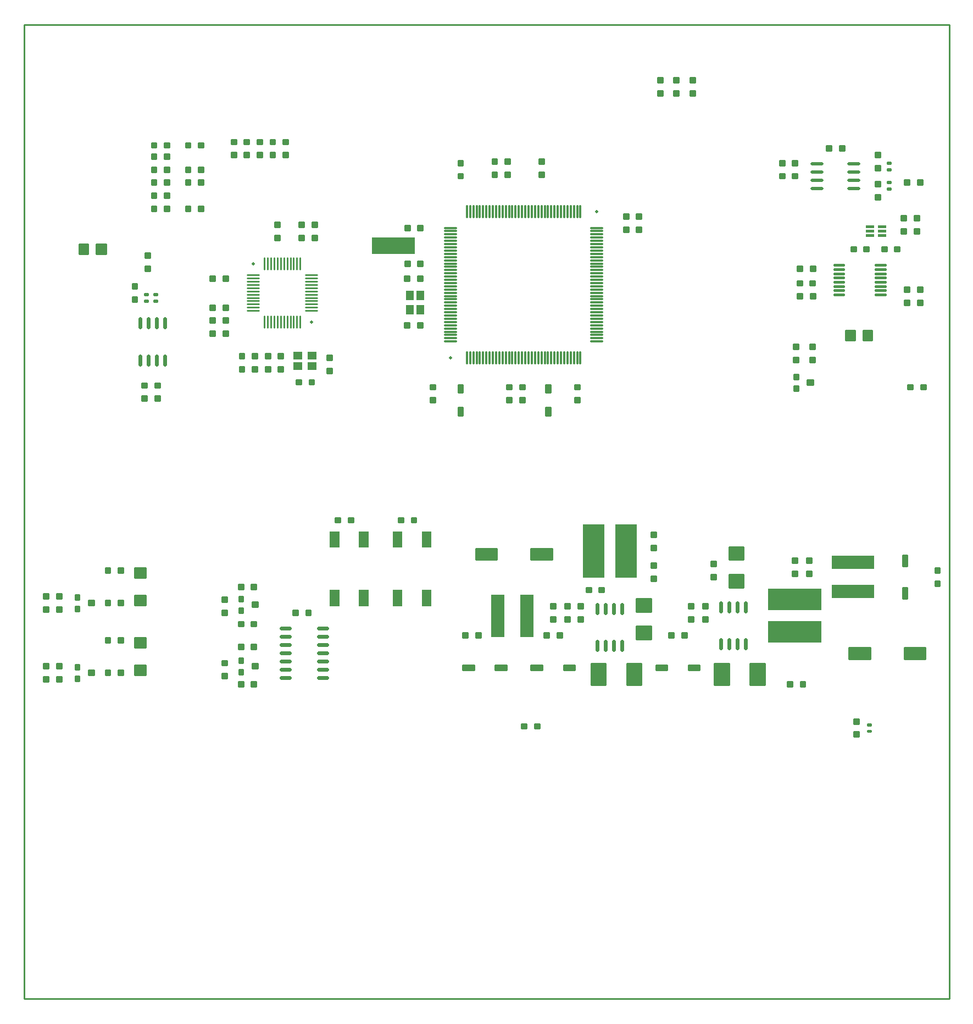
<source format=gbr>
*
*
G04 PADS Layout (Build Number 2005.266.2) generated Gerber (RS-274-X) file*
G04 PC Version=2.1*
*
%IN "cflora_base_1125.pcb"*%
*
%MOMM*%
*
%FSLAX35Y35*%
*
*
*
*
G04 PC Standard Apertures*
*
*
G04 Thermal Relief Aperture macro.*
%AMTER*
1,1,$1,0,0*
1,0,$1-$2,0,0*
21,0,$3,$4,0,0,45*
21,0,$3,$4,0,0,135*
%
*
*
G04 Annular Aperture macro.*
%AMANN*
1,1,$1,0,0*
1,0,$2,0,0*
%
*
*
G04 Odd Aperture macro.*
%AMODD*
1,1,$1,0,0*
1,0,$1-0.005,0,0*
%
*
*
G04 PC Custom Aperture Macros*
*
*
*
*
*
*
G04 PC Aperture Table*
*
%ADD042R,2.54X2.54*%
%ADD045O,2.032X0.508*%
%ADD058C,0.254*%
%ADD059C,0.3048*%
%ADD069R,1.5X1.5*%
%ADD101R,2X2*%
%ADD108R,3.3X3.3*%
%ADD109C,0.6096*%
%ADD110C,0.508*%
%ADD114C,0.381*%
%ADD115R,0.4064X0.4064*%
%ADD116R,1.2X1.2*%
*
*
*
*
G04 PC Custom Flashes*
G04 Layer Name cflora_base_1125.pcb - flashes*
%LPD*%
*
*
G04 PC Circuitry*
G04 Layer Name cflora_base_1125.pcb - circuitry*
%LPD*%
*
G54D42*
G01X31295600Y22000000D02*
X30889200D01*
G54D45*
X37619250Y23265500D03*
Y23138500D03*
Y23011500D03*
Y22884500D03*
X38190750D03*
Y23011500D03*
Y23138500D03*
Y23265500D03*
G54D58*
X29655000Y21813900D02*
Y21636100D01*
X29605000Y21813900D02*
Y21636100D01*
X29555000Y21813900D02*
Y21636100D01*
X29505000Y21813900D02*
Y21636100D01*
X29455000Y21813900D02*
Y21636100D01*
X29405000Y21813900D02*
Y21636100D01*
X29355000Y21813900D02*
Y21636100D01*
X29305000Y21813900D02*
Y21636100D01*
X29255000Y21813900D02*
Y21636100D01*
X29205000Y21813900D02*
Y21636100D01*
X29155000Y21813900D02*
Y21636100D01*
X29105000Y21813900D02*
Y21636100D01*
X28841100Y21550000D02*
X29018900D01*
X28841100Y21500000D02*
X29018900D01*
X28841100Y21450000D02*
X29018900D01*
X28841100Y21400000D02*
X29018900D01*
X28841100Y21350000D02*
X29018900D01*
X28841100Y21300000D02*
X29018900D01*
X28841100Y21250000D02*
X29018900D01*
X28841100Y21200000D02*
X29018900D01*
X28841100Y21150000D02*
X29018900D01*
X28841100Y21100000D02*
X29018900D01*
X28841100Y21050000D02*
X29018900D01*
X28841100Y21000000D02*
X29018900D01*
X29105000Y20913900D02*
Y20736100D01*
X29155000Y20913900D02*
Y20736100D01*
X29205000Y20913900D02*
Y20736100D01*
X29255000Y20913900D02*
Y20736100D01*
X29305000Y20913900D02*
Y20736100D01*
X29355000Y20913900D02*
Y20736100D01*
X29405000Y20913900D02*
Y20736100D01*
X29455000Y20913900D02*
Y20736100D01*
X29505000Y20913900D02*
Y20736100D01*
X29555000Y20913900D02*
Y20736100D01*
X29605000Y20913900D02*
Y20736100D01*
X29655000Y20913900D02*
Y20736100D01*
X29741100Y21000000D02*
X29918900D01*
X29741100Y21050000D02*
X29918900D01*
X29741100Y21100000D02*
X29918900D01*
X29741100Y21150000D02*
X29918900D01*
X29741100Y21200000D02*
X29918900D01*
X29741100Y21250000D02*
X29918900D01*
X29741100Y21300000D02*
X29918900D01*
X29741100Y21350000D02*
X29918900D01*
X29741100Y21400000D02*
X29918900D01*
X29741100Y21450000D02*
X29918900D01*
X29741100Y21500000D02*
X29918900D01*
X29741100Y21550000D02*
X29918900D01*
X27292300Y19887300D02*
Y19812700D01*
X27217700*
Y19887300*
X27292300*
X27217700Y19812700D02*
X27292300D01*
X27217700Y19838100D02*
X27292300D01*
X27217700Y19863500D02*
X27292300D01*
X27228800Y19812700D02*
Y19887300D01*
X27254200Y19812700D02*
Y19887300D01*
X27279600Y19812700D02*
Y19887300D01*
X27292300Y19612700D02*
Y19687300D01*
X27217700*
Y19612700*
X27292300*
X27217700D02*
X27292300D01*
X27217700Y19638100D02*
X27292300D01*
X27217700Y19663500D02*
X27292300D01*
X27228800Y19612700D02*
Y19687300D01*
X27254200Y19612700D02*
Y19687300D01*
X27279600Y19612700D02*
Y19687300D01*
X28162300Y23212300D02*
X28087700D01*
Y23137700*
X28162300*
Y23212300*
X28087700Y23137700D02*
X28162300D01*
X28087700Y23163100D02*
X28162300D01*
X28087700Y23188500D02*
X28162300D01*
X28092400Y23137700D02*
Y23212300D01*
X28117800Y23137700D02*
Y23212300D01*
X28143200Y23137700D02*
Y23212300D01*
X27887700D02*
X27962300D01*
Y23137700*
X27887700*
Y23212300*
Y23137700D02*
X27962300D01*
X27887700Y23163100D02*
X27962300D01*
X27887700Y23188500D02*
X27962300D01*
X27889200Y23137700D02*
Y23212300D01*
X27914600Y23137700D02*
Y23212300D01*
X27940000Y23137700D02*
Y23212300D01*
X28162300Y23587300D02*
X28087700D01*
Y23512700*
X28162300*
Y23587300*
X28087700Y23512700D02*
X28162300D01*
X28087700Y23538100D02*
X28162300D01*
X28087700Y23563500D02*
X28162300D01*
X28092400Y23512700D02*
Y23587300D01*
X28117800Y23512700D02*
Y23587300D01*
X28143200Y23512700D02*
Y23587300D01*
X27887700D02*
X27962300D01*
Y23512700*
X27887700*
Y23587300*
Y23512700D02*
X27962300D01*
X27887700Y23538100D02*
X27962300D01*
X27887700Y23563500D02*
X27962300D01*
X27889200Y23512700D02*
Y23587300D01*
X27914600Y23512700D02*
Y23587300D01*
X27940000Y23512700D02*
Y23587300D01*
X29867300Y19937300D02*
X29792700D01*
Y19862700*
X29867300*
Y19937300*
X29792700Y19862700D02*
X29867300D01*
X29792700Y19888100D02*
X29867300D01*
X29792700Y19913500D02*
X29867300D01*
X29794200Y19862700D02*
Y19937300D01*
X29819600Y19862700D02*
Y19937300D01*
X29845000Y19862700D02*
Y19937300D01*
X29592700D02*
X29667300D01*
Y19862700*
X29592700*
Y19937300*
Y19862700D02*
X29667300D01*
X29592700Y19888100D02*
X29667300D01*
X29592700Y19913500D02*
X29667300D01*
X29616400Y19862700D02*
Y19937300D01*
X29641800Y19862700D02*
Y19937300D01*
X29667200Y19862700D02*
Y19937300D01*
X27637300Y22812300D02*
X27562700D01*
Y22737700*
X27637300*
Y22812300*
X27562700Y22737700D02*
X27637300D01*
X27562700Y22763100D02*
X27637300D01*
X27562700Y22788500D02*
X27637300D01*
X27584400Y22737700D02*
Y22812300D01*
X27609800Y22737700D02*
Y22812300D01*
X27635200Y22737700D02*
Y22812300D01*
X27362700D02*
X27437300D01*
Y22737700*
X27362700*
Y22812300*
Y22737700D02*
X27437300D01*
X27362700Y22763100D02*
X27437300D01*
X27362700Y22788500D02*
X27437300D01*
X27381200Y22737700D02*
Y22812300D01*
X27406600Y22737700D02*
Y22812300D01*
X27432000Y22737700D02*
Y22812300D01*
X27637300Y23412300D02*
X27562700D01*
Y23337700*
X27637300*
Y23412300*
X27562700Y23337700D02*
X27637300D01*
X27562700Y23363100D02*
X27637300D01*
X27562700Y23388500D02*
X27637300D01*
X27584400Y23337700D02*
Y23412300D01*
X27609800Y23337700D02*
Y23412300D01*
X27635200Y23337700D02*
Y23412300D01*
X27362700D02*
X27437300D01*
Y23337700*
X27362700*
Y23412300*
Y23337700D02*
X27437300D01*
X27362700Y23363100D02*
X27437300D01*
X27362700Y23388500D02*
X27437300D01*
X27381200Y23337700D02*
Y23412300D01*
X27406600Y23337700D02*
Y23412300D01*
X27432000Y23337700D02*
Y23412300D01*
X30142300Y20312300D02*
Y20237700D01*
X30067700*
Y20312300*
X30142300*
X30067700Y20237700D02*
X30142300D01*
X30067700Y20263100D02*
X30142300D01*
X30067700Y20288500D02*
X30142300D01*
X30073600Y20237700D02*
Y20312300D01*
X30099000Y20237700D02*
Y20312300D01*
X30124400Y20237700D02*
Y20312300D01*
X30142300Y20037700D02*
Y20112300D01*
X30067700*
Y20037700*
X30142300*
X30067700D02*
X30142300D01*
X30067700Y20063100D02*
X30142300D01*
X30067700Y20088500D02*
X30142300D01*
X30073600Y20037700D02*
Y20112300D01*
X30099000Y20037700D02*
Y20112300D01*
X30124400Y20037700D02*
Y20112300D01*
X26250200Y22024800D02*
X26387300D01*
Y21875200*
X26250200*
Y22024800*
Y21875200D02*
X26387300D01*
X26250200Y21900600D02*
X26387300D01*
X26250200Y21926000D02*
X26387300D01*
X26250200Y21951400D02*
X26387300D01*
X26250200Y21976800D02*
X26387300D01*
X26250200Y22002200D02*
X26387300D01*
X26263600Y21875200D02*
Y22024800D01*
X26289000Y21875200D02*
Y22024800D01*
X26314400Y21875200D02*
Y22024800D01*
X26339800Y21875200D02*
Y22024800D01*
X26365200Y21875200D02*
Y22024800D01*
X26512700D02*
X26662300D01*
Y21875200*
X26512700*
Y22024800*
Y21875200D02*
X26662300D01*
X26512700Y21900600D02*
X26662300D01*
X26512700Y21926000D02*
X26662300D01*
X26512700Y21951400D02*
X26662300D01*
X26512700Y21976800D02*
X26662300D01*
X26512700Y22002200D02*
X26662300D01*
X26517600Y21875200D02*
Y22024800D01*
X26543000Y21875200D02*
Y22024800D01*
X26568400Y21875200D02*
Y22024800D01*
X26593800Y21875200D02*
Y22024800D01*
X26619200Y21875200D02*
Y22024800D01*
X26644600Y21875200D02*
Y22024800D01*
X37237700Y17187300D02*
Y17112700D01*
X37312300*
Y17187300*
X37237700*
Y17112700D02*
X37312300D01*
X37237700Y17138100D02*
X37312300D01*
X37237700Y17163500D02*
X37312300D01*
X37261800Y17112700D02*
Y17187300D01*
X37287200Y17112700D02*
Y17187300D01*
X37237700Y16912700D02*
Y16987300D01*
X37312300*
Y16912700*
X37237700*
X37312300*
X37237700Y16938100D02*
X37312300D01*
X37237700Y16963500D02*
X37312300D01*
X37261800Y16912700D02*
Y16987300D01*
X37287200Y16912700D02*
Y16987300D01*
X35062700Y17112300D02*
Y17037700D01*
X35137300*
Y17112300*
X35062700*
Y17037700D02*
X35137300D01*
X35062700Y17063100D02*
X35137300D01*
X35062700Y17088500D02*
X35137300D01*
X35077400Y17037700D02*
Y17112300D01*
X35102800Y17037700D02*
Y17112300D01*
X35128200Y17037700D02*
Y17112300D01*
X35062700Y16837700D02*
Y16912300D01*
X35137300*
Y16837700*
X35062700*
X35137300*
X35062700Y16863100D02*
X35137300D01*
X35062700Y16888500D02*
X35137300D01*
X35077400Y16837700D02*
Y16912300D01*
X35102800Y16837700D02*
Y16912300D01*
X35128200Y16837700D02*
Y16912300D01*
X37162700Y15212700D02*
X37237300D01*
Y15287300*
X37162700*
Y15212700*
X37237300*
X37162700Y15238100D02*
X37237300D01*
X37162700Y15263500D02*
X37237300D01*
X37185600Y15212700D02*
Y15287300D01*
X37211000Y15212700D02*
Y15287300D01*
X37236400Y15212700D02*
Y15287300D01*
X37437300Y15212700D02*
X37362700D01*
Y15287300*
X37437300*
Y15212700*
X37362700D02*
X37437300D01*
X37362700Y15238100D02*
X37437300D01*
X37362700Y15263500D02*
X37437300D01*
X37363400Y15212700D02*
Y15287300D01*
X37388800Y15212700D02*
Y15287300D01*
X37414200Y15212700D02*
Y15287300D01*
X27492300Y19887300D02*
Y19812700D01*
X27417700*
Y19887300*
X27492300*
X27417700Y19812700D02*
X27492300D01*
X27417700Y19838100D02*
X27492300D01*
X27417700Y19863500D02*
X27492300D01*
X27432000Y19812700D02*
Y19887300D01*
X27457400Y19812700D02*
Y19887300D01*
X27482800Y19812700D02*
Y19887300D01*
X27492300Y19612700D02*
Y19687300D01*
X27417700*
Y19612700*
X27492300*
X27417700D02*
X27492300D01*
X27417700Y19638100D02*
X27492300D01*
X27417700Y19663500D02*
X27492300D01*
X27432000Y19612700D02*
Y19687300D01*
X27457400Y19612700D02*
Y19687300D01*
X27482800Y19612700D02*
Y19687300D01*
X39512300Y17037300D02*
Y16962700D01*
X39437700*
Y17037300*
X39512300*
X39437700Y16962700D02*
X39512300D01*
X39437700Y16988100D02*
X39512300D01*
X39437700Y17013500D02*
X39512300D01*
X39446200Y16962700D02*
Y17037300D01*
X39471600Y16962700D02*
Y17037300D01*
X39497000Y16962700D02*
Y17037300D01*
X39512300Y16762700D02*
Y16837300D01*
X39437700*
Y16762700*
X39512300*
X39437700D02*
X39512300D01*
X39437700Y16788100D02*
X39512300D01*
X39437700Y16813500D02*
X39512300D01*
X39446200Y16762700D02*
Y16837300D01*
X39471600Y16762700D02*
Y16837300D01*
X39497000Y16762700D02*
Y16837300D01*
X33587300Y16487300D02*
Y16412700D01*
X33512700*
Y16487300*
X33587300*
X33512700Y16412700D02*
X33587300D01*
X33512700Y16438100D02*
X33587300D01*
X33512700Y16463500D02*
X33587300D01*
X33528000Y16412700D02*
Y16487300D01*
X33553400Y16412700D02*
Y16487300D01*
X33578800Y16412700D02*
Y16487300D01*
X33587300Y16212700D02*
Y16287300D01*
X33512700*
Y16212700*
X33587300*
X33512700D02*
X33587300D01*
X33512700Y16238100D02*
X33587300D01*
X33512700Y16263500D02*
X33587300D01*
X33528000Y16212700D02*
Y16287300D01*
X33553400Y16212700D02*
Y16287300D01*
X33578800Y16212700D02*
Y16287300D01*
X32162700Y15962700D02*
X32237300D01*
Y16037300*
X32162700*
Y15962700*
X32237300*
X32162700Y15988100D02*
X32237300D01*
X32162700Y16013500D02*
X32237300D01*
X32181800Y15962700D02*
Y16037300D01*
X32207200Y15962700D02*
Y16037300D01*
X32232600Y15962700D02*
Y16037300D01*
X32437300Y15962700D02*
X32362700D01*
Y16037300*
X32437300*
Y15962700*
X32362700D02*
X32437300D01*
X32362700Y15988100D02*
X32437300D01*
X32362700Y16013500D02*
X32437300D01*
X32385000Y15962700D02*
Y16037300D01*
X32410400Y15962700D02*
Y16037300D01*
X32435800Y15962700D02*
Y16037300D01*
X38187700Y14712300D02*
Y14637700D01*
X38262300*
Y14712300*
X38187700*
Y14637700D02*
X38262300D01*
X38187700Y14663100D02*
X38262300D01*
X38187700Y14688500D02*
X38262300D01*
X38201600Y14637700D02*
Y14712300D01*
X38227000Y14637700D02*
Y14712300D01*
X38252400Y14637700D02*
Y14712300D01*
X38187700Y14437700D02*
Y14512300D01*
X38262300*
Y14437700*
X38187700*
X38262300*
X38187700Y14463100D02*
X38262300D01*
X38187700Y14488500D02*
X38262300D01*
X38201600Y14437700D02*
Y14512300D01*
X38227000Y14437700D02*
Y14512300D01*
X38252400Y14437700D02*
Y14512300D01*
X35337700Y15962700D02*
X35412300D01*
Y16037300*
X35337700*
Y15962700*
X35412300*
X35337700Y15988100D02*
X35412300D01*
X35337700Y16013500D02*
X35412300D01*
X35356800Y15962700D02*
Y16037300D01*
X35382200Y15962700D02*
Y16037300D01*
X35407600Y15962700D02*
Y16037300D01*
X35612300Y15962700D02*
X35537700D01*
Y16037300*
X35612300*
Y15962700*
X35537700D02*
X35612300D01*
X35537700Y15988100D02*
X35612300D01*
X35537700Y16013500D02*
X35612300D01*
X35560000Y15962700D02*
Y16037300D01*
X35585400Y15962700D02*
Y16037300D01*
X35610800Y15962700D02*
Y16037300D01*
X33412700Y15962700D02*
X33487300D01*
Y16037300*
X33412700*
Y15962700*
X33487300*
X33412700Y15988100D02*
X33487300D01*
X33412700Y16013500D02*
X33487300D01*
X33426400Y15962700D02*
Y16037300D01*
X33451800Y15962700D02*
Y16037300D01*
X33477200Y15962700D02*
Y16037300D01*
X33687300Y15962700D02*
X33612700D01*
Y16037300*
X33687300*
Y15962700*
X33612700D02*
X33687300D01*
X33612700Y15988100D02*
X33687300D01*
X33612700Y16013500D02*
X33687300D01*
X33629600Y15962700D02*
Y16037300D01*
X33655000Y15962700D02*
Y16037300D01*
X33680400Y15962700D02*
Y16037300D01*
X34062700Y16662700D02*
X34137300D01*
Y16737300*
X34062700*
Y16662700*
X34137300*
X34062700Y16688100D02*
X34137300D01*
X34062700Y16713500D02*
X34137300D01*
X34086800Y16662700D02*
Y16737300D01*
X34112200Y16662700D02*
Y16737300D01*
X34337300Y16662700D02*
X34262700D01*
Y16737300*
X34337300*
Y16662700*
X34262700D02*
X34337300D01*
X34262700Y16688100D02*
X34337300D01*
X34262700Y16713500D02*
X34337300D01*
X34264600Y16662700D02*
Y16737300D01*
X34290000Y16662700D02*
Y16737300D01*
X34315400Y16662700D02*
Y16737300D01*
X35987700Y17137300D02*
Y17062700D01*
X36062300*
Y17137300*
X35987700*
Y17062700D02*
X36062300D01*
X35987700Y17088100D02*
X36062300D01*
X35987700Y17113500D02*
X36062300D01*
X35991800Y17062700D02*
Y17137300D01*
X36017200Y17062700D02*
Y17137300D01*
X36042600Y17062700D02*
Y17137300D01*
X35987700Y16862700D02*
Y16937300D01*
X36062300*
Y16862700*
X35987700*
X36062300*
X35987700Y16888100D02*
X36062300D01*
X35987700Y16913500D02*
X36062300D01*
X35991800Y16862700D02*
Y16937300D01*
X36017200Y16862700D02*
Y16937300D01*
X36042600Y16862700D02*
Y16937300D01*
X29542700Y16312700D02*
X29617300D01*
Y16387300*
X29542700*
Y16312700*
X29617300*
X29542700Y16338100D02*
X29617300D01*
X29542700Y16363500D02*
X29617300D01*
X29565600Y16312700D02*
Y16387300D01*
X29591000Y16312700D02*
Y16387300D01*
X29616400Y16312700D02*
Y16387300D01*
X29817300Y16312700D02*
X29742700D01*
Y16387300*
X29817300*
Y16312700*
X29742700D02*
X29817300D01*
X29742700Y16338100D02*
X29817300D01*
X29742700Y16363500D02*
X29817300D01*
X29743400Y16312700D02*
Y16387300D01*
X29768800Y16312700D02*
Y16387300D01*
X29794200Y16312700D02*
Y16387300D01*
X39192300Y22262300D02*
X39117700D01*
Y22187700*
X39192300*
Y22262300*
X39117700Y22187700D02*
X39192300D01*
X39117700Y22213100D02*
X39192300D01*
X39117700Y22238500D02*
X39192300D01*
X39141400Y22187700D02*
Y22262300D01*
X39166800Y22187700D02*
Y22262300D01*
X39192200Y22187700D02*
Y22262300D01*
X38917700D02*
X38992300D01*
Y22187700*
X38917700*
Y22262300*
Y22187700D02*
X38992300D01*
X38917700Y22213100D02*
X38992300D01*
X38917700Y22238500D02*
X38992300D01*
X38938200Y22187700D02*
Y22262300D01*
X38963600Y22187700D02*
Y22262300D01*
X38989000Y22187700D02*
Y22262300D01*
X29392300Y20337300D02*
Y20262700D01*
X29317700*
Y20337300*
X29392300*
X29317700Y20262700D02*
X29392300D01*
X29317700Y20288100D02*
X29392300D01*
X29317700Y20313500D02*
X29392300D01*
X29337000Y20262700D02*
Y20337300D01*
X29362400Y20262700D02*
Y20337300D01*
X29387800Y20262700D02*
Y20337300D01*
X29392300Y20062700D02*
Y20137300D01*
X29317700*
Y20062700*
X29392300*
X29317700D02*
X29392300D01*
X29317700Y20088100D02*
X29392300D01*
X29317700Y20113500D02*
X29392300D01*
X29337000Y20062700D02*
Y20137300D01*
X29362400Y20062700D02*
Y20137300D01*
X29387800Y20062700D02*
Y20137300D01*
X38417300Y21987300D02*
X38342700D01*
Y21912700*
X38417300*
Y21987300*
X38342700Y21912700D02*
X38417300D01*
X38342700Y21938100D02*
X38417300D01*
X38342700Y21963500D02*
X38417300D01*
X38354000Y21912700D02*
Y21987300D01*
X38379400Y21912700D02*
Y21987300D01*
X38404800Y21912700D02*
Y21987300D01*
X38142700D02*
X38217300D01*
Y21912700*
X38142700*
Y21987300*
Y21912700D02*
X38217300D01*
X38142700Y21938100D02*
X38217300D01*
X38142700Y21963500D02*
X38217300D01*
X38150800Y21912700D02*
Y21987300D01*
X38176200Y21912700D02*
Y21987300D01*
X38201600Y21912700D02*
Y21987300D01*
X38617700Y21912700D02*
X38692300D01*
Y21987300*
X38617700*
Y21912700*
X38692300*
X38617700Y21938100D02*
X38692300D01*
X38617700Y21963500D02*
X38692300D01*
X38633400Y21912700D02*
Y21987300D01*
X38658800Y21912700D02*
Y21987300D01*
X38684200Y21912700D02*
Y21987300D01*
X38892300Y21912700D02*
X38817700D01*
Y21987300*
X38892300*
Y21912700*
X38817700D02*
X38892300D01*
X38817700Y21938100D02*
X38892300D01*
X38817700Y21963500D02*
X38892300D01*
X38836600Y21912700D02*
Y21987300D01*
X38862000Y21912700D02*
Y21987300D01*
X38887400Y21912700D02*
Y21987300D01*
X37592300Y21687300D02*
X37517700D01*
Y21612700*
X37592300*
Y21687300*
X37517700Y21612700D02*
X37592300D01*
X37517700Y21638100D02*
X37592300D01*
X37517700Y21663500D02*
X37592300D01*
X37541200Y21612700D02*
Y21687300D01*
X37566600Y21612700D02*
Y21687300D01*
X37592000Y21612700D02*
Y21687300D01*
X37317700D02*
X37392300D01*
Y21612700*
X37317700*
Y21687300*
Y21612700D02*
X37392300D01*
X37317700Y21638100D02*
X37392300D01*
X37317700Y21663500D02*
X37392300D01*
X37338000Y21612700D02*
Y21687300D01*
X37363400Y21612700D02*
Y21687300D01*
X37388800Y21612700D02*
Y21687300D01*
X37587300Y21462300D02*
X37512700D01*
Y21387700*
X37587300*
Y21462300*
X37512700Y21387700D02*
X37587300D01*
X37512700Y21413100D02*
X37587300D01*
X37512700Y21438500D02*
X37587300D01*
X37515800Y21387700D02*
Y21462300D01*
X37541200Y21387700D02*
Y21462300D01*
X37566600Y21387700D02*
Y21462300D01*
X37312700D02*
X37387300D01*
Y21387700*
X37312700*
Y21462300*
Y21387700D02*
X37387300D01*
X37312700Y21413100D02*
X37387300D01*
X37312700Y21438500D02*
X37387300D01*
X37338000Y21387700D02*
Y21462300D01*
X37363400Y21387700D02*
Y21462300D01*
X37592300Y21262300D02*
X37517700D01*
Y21187700*
X37592300*
Y21262300*
X37517700Y21187700D02*
X37592300D01*
X37517700Y21213100D02*
X37592300D01*
X37517700Y21238500D02*
X37592300D01*
X37541200Y21187700D02*
Y21262300D01*
X37566600Y21187700D02*
Y21262300D01*
X37592000Y21187700D02*
Y21262300D01*
X37317700D02*
X37392300D01*
Y21187700*
X37317700*
Y21262300*
Y21187700D02*
X37392300D01*
X37317700Y21213100D02*
X37392300D01*
X37317700Y21238500D02*
X37392300D01*
X37338000Y21187700D02*
Y21262300D01*
X37363400Y21187700D02*
Y21262300D01*
X37388800Y21187700D02*
Y21262300D01*
X37767700Y23462700D02*
X37842300D01*
Y23537300*
X37767700*
Y23462700*
X37842300*
X37767700Y23488100D02*
X37842300D01*
X37767700Y23513500D02*
X37842300D01*
X37769800Y23462700D02*
Y23537300D01*
X37795200Y23462700D02*
Y23537300D01*
X37820600Y23462700D02*
Y23537300D01*
X38042300Y23462700D02*
X37967700D01*
Y23537300*
X38042300*
Y23462700*
X37967700D02*
X38042300D01*
X37967700Y23488100D02*
X38042300D01*
X37967700Y23513500D02*
X38042300D01*
X37973000Y23462700D02*
Y23537300D01*
X37998400Y23462700D02*
Y23537300D01*
X38023800Y23462700D02*
Y23537300D01*
X31262700Y20737700D02*
X31337300D01*
Y20812300*
X31262700*
Y20737700*
X31337300*
X31262700Y20763100D02*
X31337300D01*
X31262700Y20788500D02*
X31337300D01*
X31267400Y20737700D02*
Y20812300D01*
X31292800Y20737700D02*
Y20812300D01*
X31318200Y20737700D02*
Y20812300D01*
X31537300Y20737700D02*
X31462700D01*
Y20812300*
X31537300*
Y20737700*
X31462700D02*
X31537300D01*
X31462700Y20763100D02*
X31537300D01*
X31462700Y20788500D02*
X31537300D01*
X31470600Y20737700D02*
Y20812300D01*
X31496000Y20737700D02*
Y20812300D01*
X31521400Y20737700D02*
Y20812300D01*
X31537300Y21537300D02*
X31462700D01*
Y21462700*
X31537300*
Y21537300*
X31462700Y21462700D02*
X31537300D01*
X31462700Y21488100D02*
X31537300D01*
X31462700Y21513500D02*
X31537300D01*
X31470600Y21462700D02*
Y21537300D01*
X31496000Y21462700D02*
Y21537300D01*
X31521400Y21462700D02*
Y21537300D01*
X31262700D02*
X31337300D01*
Y21462700*
X31262700*
Y21537300*
Y21462700D02*
X31337300D01*
X31262700Y21488100D02*
X31337300D01*
X31262700Y21513500D02*
X31337300D01*
X31267400Y21462700D02*
Y21537300D01*
X31292800Y21462700D02*
Y21537300D01*
X31318200Y21462700D02*
Y21537300D01*
X31442300Y17812300D02*
X31367700D01*
Y17737700*
X31442300*
Y17812300*
X31367700Y17737700D02*
X31442300D01*
X31367700Y17763100D02*
X31442300D01*
X31367700Y17788500D02*
X31442300D01*
X31369000Y17737700D02*
Y17812300D01*
X31394400Y17737700D02*
Y17812300D01*
X31419800Y17737700D02*
Y17812300D01*
X31167700D02*
X31242300D01*
Y17737700*
X31167700*
Y17812300*
Y17737700D02*
X31242300D01*
X31167700Y17763100D02*
X31242300D01*
X31167700Y17788500D02*
X31242300D01*
X31191200Y17737700D02*
Y17812300D01*
X31216600Y17737700D02*
Y17812300D01*
X31242000Y17737700D02*
Y17812300D01*
X30472300D02*
X30397700D01*
Y17737700*
X30472300*
Y17812300*
X30397700Y17737700D02*
X30472300D01*
X30397700Y17763100D02*
X30472300D01*
X30397700Y17788500D02*
X30472300D01*
X30403800Y17737700D02*
Y17812300D01*
X30429200Y17737700D02*
Y17812300D01*
X30454600Y17737700D02*
Y17812300D01*
X30197700D02*
X30272300D01*
Y17737700*
X30197700*
Y17812300*
Y17737700D02*
X30272300D01*
X30197700Y17763100D02*
X30272300D01*
X30197700Y17788500D02*
X30272300D01*
X30200600Y17737700D02*
Y17812300D01*
X30226000Y17737700D02*
Y17812300D01*
X30251400Y17737700D02*
Y17812300D01*
X29262700Y22362300D02*
Y22287700D01*
X29337300*
Y22362300*
X29262700*
Y22287700D02*
X29337300D01*
X29262700Y22313100D02*
X29337300D01*
X29262700Y22338500D02*
X29337300D01*
X29286200Y22287700D02*
Y22362300D01*
X29311600Y22287700D02*
Y22362300D01*
X29337000Y22287700D02*
Y22362300D01*
X29262700Y22087700D02*
Y22162300D01*
X29337300*
Y22087700*
X29262700*
X29337300*
X29262700Y22113100D02*
X29337300D01*
X29262700Y22138500D02*
X29337300D01*
X29286200Y22087700D02*
Y22162300D01*
X29311600Y22087700D02*
Y22162300D01*
X29337000Y22087700D02*
Y22162300D01*
X31267700Y22237700D02*
X31342300D01*
Y22312300*
X31267700*
Y22237700*
X31342300*
X31267700Y22263100D02*
X31342300D01*
X31267700Y22288500D02*
X31342300D01*
X31292800Y22237700D02*
Y22312300D01*
X31318200Y22237700D02*
Y22312300D01*
X31542300Y22237700D02*
X31467700D01*
Y22312300*
X31542300*
Y22237700*
X31467700D02*
X31542300D01*
X31467700Y22263100D02*
X31542300D01*
X31467700Y22288500D02*
X31542300D01*
X31470600Y22237700D02*
Y22312300D01*
X31496000Y22237700D02*
Y22312300D01*
X31521400Y22237700D02*
Y22312300D01*
X31267700Y21687700D02*
X31342300D01*
Y21762300*
X31267700*
Y21687700*
X31342300*
X31267700Y21713100D02*
X31342300D01*
X31267700Y21738500D02*
X31342300D01*
X31292800Y21687700D02*
Y21762300D01*
X31318200Y21687700D02*
Y21762300D01*
X31542300Y21687700D02*
X31467700D01*
Y21762300*
X31542300*
Y21687700*
X31467700D02*
X31542300D01*
X31467700Y21713100D02*
X31542300D01*
X31467700Y21738500D02*
X31542300D01*
X31470600Y21687700D02*
Y21762300D01*
X31496000Y21687700D02*
Y21762300D01*
X31521400Y21687700D02*
Y21762300D01*
X34912300Y22487300D02*
X34837700D01*
Y22412700*
X34912300*
Y22487300*
X34837700Y22412700D02*
X34912300D01*
X34837700Y22438100D02*
X34912300D01*
X34837700Y22463500D02*
X34912300D01*
X34848800Y22412700D02*
Y22487300D01*
X34874200Y22412700D02*
Y22487300D01*
X34899600Y22412700D02*
Y22487300D01*
X34637700D02*
X34712300D01*
Y22412700*
X34637700*
Y22487300*
Y22412700D02*
X34712300D01*
X34637700Y22438100D02*
X34712300D01*
X34637700Y22463500D02*
X34712300D01*
X34645600Y22412700D02*
Y22487300D01*
X34671000Y22412700D02*
Y22487300D01*
X34696400Y22412700D02*
Y22487300D01*
X33337700Y23337300D02*
Y23262700D01*
X33412300*
Y23337300*
X33337700*
Y23262700D02*
X33412300D01*
X33337700Y23288100D02*
X33412300D01*
X33337700Y23313500D02*
X33412300D01*
X33350200Y23262700D02*
Y23337300D01*
X33375600Y23262700D02*
Y23337300D01*
X33401000Y23262700D02*
Y23337300D01*
X33337700Y23062700D02*
Y23137300D01*
X33412300*
Y23062700*
X33337700*
X33412300*
X33337700Y23088100D02*
X33412300D01*
X33337700Y23113500D02*
X33412300D01*
X33350200Y23062700D02*
Y23137300D01*
X33375600Y23062700D02*
Y23137300D01*
X33401000Y23062700D02*
Y23137300D01*
X31737300Y19862300D02*
Y19787700D01*
X31662700*
Y19862300*
X31737300*
X31662700Y19787700D02*
X31737300D01*
X31662700Y19813100D02*
X31737300D01*
X31662700Y19838500D02*
X31737300D01*
X31673800Y19787700D02*
Y19862300D01*
X31699200Y19787700D02*
Y19862300D01*
X31724600Y19787700D02*
Y19862300D01*
X31737300Y19587700D02*
Y19662300D01*
X31662700*
Y19587700*
X31737300*
X31662700D02*
X31737300D01*
X31662700Y19613100D02*
X31737300D01*
X31662700Y19638500D02*
X31737300D01*
X31673800Y19587700D02*
Y19662300D01*
X31699200Y19587700D02*
Y19662300D01*
X31724600Y19587700D02*
Y19662300D01*
X33112300Y19862300D02*
Y19787700D01*
X33037700*
Y19862300*
X33112300*
X33037700Y19787700D02*
X33112300D01*
X33037700Y19813100D02*
X33112300D01*
X33037700Y19838500D02*
X33112300D01*
X33045400Y19787700D02*
Y19862300D01*
X33070800Y19787700D02*
Y19862300D01*
X33096200Y19787700D02*
Y19862300D01*
X33112300Y19587700D02*
Y19662300D01*
X33037700*
Y19587700*
X33112300*
X33037700D02*
X33112300D01*
X33037700Y19613100D02*
X33112300D01*
X33037700Y19638500D02*
X33112300D01*
X33045400Y19587700D02*
Y19662300D01*
X33070800Y19587700D02*
Y19662300D01*
X33096200Y19587700D02*
Y19662300D01*
X34912300Y22287300D02*
X34837700D01*
Y22212700*
X34912300*
Y22287300*
X34837700Y22212700D02*
X34912300D01*
X34837700Y22238100D02*
X34912300D01*
X34837700Y22263500D02*
X34912300D01*
X34848800Y22212700D02*
Y22287300D01*
X34874200Y22212700D02*
Y22287300D01*
X34899600Y22212700D02*
Y22287300D01*
X34637700D02*
X34712300D01*
Y22212700*
X34637700*
Y22287300*
Y22212700D02*
X34712300D01*
X34637700Y22238100D02*
X34712300D01*
X34637700Y22263500D02*
X34712300D01*
X34645600Y22212700D02*
Y22287300D01*
X34671000Y22212700D02*
Y22287300D01*
X34696400Y22212700D02*
Y22287300D01*
X33962300Y19862300D02*
Y19787700D01*
X33887700*
Y19862300*
X33962300*
X33887700Y19787700D02*
X33962300D01*
X33887700Y19813100D02*
X33962300D01*
X33887700Y19838500D02*
X33962300D01*
X33909000Y19787700D02*
Y19862300D01*
X33934400Y19787700D02*
Y19862300D01*
X33959800Y19787700D02*
Y19862300D01*
X33962300Y19587700D02*
Y19662300D01*
X33887700*
Y19587700*
X33962300*
X33887700D02*
X33962300D01*
X33887700Y19613100D02*
X33962300D01*
X33887700Y19638500D02*
X33962300D01*
X33909000Y19587700D02*
Y19662300D01*
X33934400Y19587700D02*
Y19662300D01*
X33959800Y19587700D02*
Y19662300D01*
X37507700Y20482300D02*
Y20407700D01*
X37582300*
Y20482300*
X37507700*
Y20407700D02*
X37582300D01*
X37507700Y20433100D02*
X37582300D01*
X37507700Y20458500D02*
X37582300D01*
X37515800Y20407700D02*
Y20482300D01*
X37541200Y20407700D02*
Y20482300D01*
X37566600Y20407700D02*
Y20482300D01*
X37507700Y20207700D02*
Y20282300D01*
X37582300*
Y20207700*
X37507700*
X37582300*
X37507700Y20233100D02*
X37582300D01*
X37507700Y20258500D02*
X37582300D01*
X37515800Y20207700D02*
Y20282300D01*
X37541200Y20207700D02*
Y20282300D01*
X37566600Y20207700D02*
Y20282300D01*
X29637700Y22362300D02*
Y22287700D01*
X29712300*
Y22362300*
X29637700*
Y22287700D02*
X29712300D01*
X29637700Y22313100D02*
X29712300D01*
X29637700Y22338500D02*
X29712300D01*
X29641800Y22287700D02*
Y22362300D01*
X29667200Y22287700D02*
Y22362300D01*
X29692600Y22287700D02*
Y22362300D01*
X29637700Y22087700D02*
Y22162300D01*
X29712300*
Y22087700*
X29637700*
X29712300*
X29637700Y22113100D02*
X29712300D01*
X29637700Y22138500D02*
X29712300D01*
X29641800Y22087700D02*
Y22162300D01*
X29667200Y22087700D02*
Y22162300D01*
X29692600Y22087700D02*
Y22162300D01*
X29192300Y20337300D02*
Y20262700D01*
X29117700*
Y20337300*
X29192300*
X29117700Y20262700D02*
X29192300D01*
X29117700Y20288100D02*
X29192300D01*
X29117700Y20313500D02*
X29192300D01*
X29133800Y20262700D02*
Y20337300D01*
X29159200Y20262700D02*
Y20337300D01*
X29184600Y20262700D02*
Y20337300D01*
X29192300Y20062700D02*
Y20137300D01*
X29117700*
Y20062700*
X29192300*
X29117700D02*
X29192300D01*
X29117700Y20088100D02*
X29192300D01*
X29117700Y20113500D02*
X29192300D01*
X29133800Y20062700D02*
Y20137300D01*
X29159200Y20062700D02*
Y20137300D01*
X29184600Y20062700D02*
Y20137300D01*
X28267700Y21462700D02*
X28342300D01*
Y21537300*
X28267700*
Y21462700*
X28342300*
X28267700Y21488100D02*
X28342300D01*
X28267700Y21513500D02*
X28342300D01*
X28270200Y21462700D02*
Y21537300D01*
X28295600Y21462700D02*
Y21537300D01*
X28321000Y21462700D02*
Y21537300D01*
X28542300Y21462700D02*
X28467700D01*
Y21537300*
X28542300*
Y21462700*
X28467700D02*
X28542300D01*
X28467700Y21488100D02*
X28542300D01*
X28467700Y21513500D02*
X28542300D01*
X28473400Y21462700D02*
Y21537300D01*
X28498800Y21462700D02*
Y21537300D01*
X28524200Y21462700D02*
Y21537300D01*
X28162300Y22612300D02*
X28087700D01*
Y22537700*
X28162300*
Y22612300*
X28087700Y22537700D02*
X28162300D01*
X28087700Y22563100D02*
X28162300D01*
X28087700Y22588500D02*
X28162300D01*
X28092400Y22537700D02*
Y22612300D01*
X28117800Y22537700D02*
Y22612300D01*
X28143200Y22537700D02*
Y22612300D01*
X27887700D02*
X27962300D01*
Y22537700*
X27887700*
Y22612300*
Y22537700D02*
X27962300D01*
X27887700Y22563100D02*
X27962300D01*
X27887700Y22588500D02*
X27962300D01*
X27889200Y22537700D02*
Y22612300D01*
X27914600Y22537700D02*
Y22612300D01*
X27940000Y22537700D02*
Y22612300D01*
X28162300Y23012300D02*
X28087700D01*
Y22937700*
X28162300*
Y23012300*
X28087700Y22937700D02*
X28162300D01*
X28087700Y22963100D02*
X28162300D01*
X28087700Y22988500D02*
X28162300D01*
X28092400Y22937700D02*
Y23012300D01*
X28117800Y22937700D02*
Y23012300D01*
X28143200Y22937700D02*
Y23012300D01*
X27887700D02*
X27962300D01*
Y22937700*
X27887700*
Y23012300*
Y22937700D02*
X27962300D01*
X27887700Y22963100D02*
X27962300D01*
X27887700Y22988500D02*
X27962300D01*
X27889200Y22937700D02*
Y23012300D01*
X27914600Y22937700D02*
Y23012300D01*
X27940000Y22937700D02*
Y23012300D01*
X27254600Y21262300D02*
Y21238100D01*
X27305400*
Y21262300*
X27254600*
Y21238100D02*
X27305400D01*
X27279600D02*
Y21262300D01*
X27305000Y21238100D02*
Y21262300D01*
X27254600Y21137700D02*
Y21161900D01*
X27305400*
Y21137700*
X27254600*
X27305400*
X27279600D02*
Y21161900D01*
X27305000Y21137700D02*
Y21161900D01*
X38704600Y22987300D02*
Y22963100D01*
X38755400*
Y22987300*
X38704600*
Y22963100D02*
X38755400D01*
X38709600D02*
Y22987300D01*
X38735000Y22963100D02*
Y22987300D01*
X38704600Y22862700D02*
Y22886900D01*
X38755400*
Y22862700*
X38704600*
X38755400*
X38709600D02*
Y22886900D01*
X38735000Y22862700D02*
Y22886900D01*
X27404600Y21262300D02*
Y21238100D01*
X27455400*
Y21262300*
X27404600*
Y21238100D02*
X27455400D01*
X27406600D02*
Y21262300D01*
X27432000Y21238100D02*
Y21262300D01*
X27404600Y21137700D02*
Y21161900D01*
X27455400*
Y21137700*
X27404600*
X27455400*
X27406600D02*
Y21161900D01*
X27432000Y21137700D02*
Y21161900D01*
X36262700Y17362300D02*
Y17162700D01*
X36487300*
Y17362300*
X36262700*
Y17162700D02*
X36487300D01*
X36262700Y17188100D02*
X36487300D01*
X36262700Y17213500D02*
X36487300D01*
X36262700Y17238900D02*
X36487300D01*
X36262700Y17264300D02*
X36487300D01*
X36262700Y17289700D02*
X36487300D01*
X36262700Y17315100D02*
X36487300D01*
X36262700Y17340500D02*
X36487300D01*
X36271200Y17162700D02*
Y17362300D01*
X36296600Y17162700D02*
Y17362300D01*
X36322000Y17162700D02*
Y17362300D01*
X36347400Y17162700D02*
Y17362300D01*
X36372800Y17162700D02*
Y17362300D01*
X36398200Y17162700D02*
Y17362300D01*
X36423600Y17162700D02*
Y17362300D01*
X36449000Y17162700D02*
Y17362300D01*
X36474400Y17162700D02*
Y17362300D01*
X36262700Y16737700D02*
Y16937300D01*
X36487300*
Y16737700*
X36262700*
X36487300*
X36262700Y16763100D02*
X36487300D01*
X36262700Y16788500D02*
X36487300D01*
X36262700Y16813900D02*
X36487300D01*
X36262700Y16839300D02*
X36487300D01*
X36262700Y16864700D02*
X36487300D01*
X36262700Y16890100D02*
X36487300D01*
X36262700Y16915500D02*
X36487300D01*
X36271200Y16737700D02*
Y16937300D01*
X36296600Y16737700D02*
Y16937300D01*
X36322000Y16737700D02*
Y16937300D01*
X36347400Y16737700D02*
Y16937300D01*
X36372800Y16737700D02*
Y16937300D01*
X36398200Y16737700D02*
Y16937300D01*
X36423600Y16737700D02*
Y16937300D01*
X36449000Y16737700D02*
Y16937300D01*
X36474400Y16737700D02*
Y16937300D01*
X35062300Y15937700D02*
Y16137300D01*
X34837700*
Y15937700*
X35062300*
X34837700D02*
X35062300D01*
X34837700Y15963100D02*
X35062300D01*
X34837700Y15988500D02*
X35062300D01*
X34837700Y16013900D02*
X35062300D01*
X34837700Y16039300D02*
X35062300D01*
X34837700Y16064700D02*
X35062300D01*
X34837700Y16090100D02*
X35062300D01*
X34837700Y16115500D02*
X35062300D01*
X34848800Y15937700D02*
Y16137300D01*
X34874200Y15937700D02*
Y16137300D01*
X34899600Y15937700D02*
Y16137300D01*
X34925000Y15937700D02*
Y16137300D01*
X34950400Y15937700D02*
Y16137300D01*
X34975800Y15937700D02*
Y16137300D01*
X35001200Y15937700D02*
Y16137300D01*
X35026600Y15937700D02*
Y16137300D01*
X35052000Y15937700D02*
Y16137300D01*
X35062300Y16562300D02*
Y16362700D01*
X34837700*
Y16562300*
X35062300*
X34837700Y16362700D02*
X35062300D01*
X34837700Y16388100D02*
X35062300D01*
X34837700Y16413500D02*
X35062300D01*
X34837700Y16438900D02*
X35062300D01*
X34837700Y16464300D02*
X35062300D01*
X34837700Y16489700D02*
X35062300D01*
X34837700Y16515100D02*
X35062300D01*
X34837700Y16540500D02*
X35062300D01*
X34848800Y16362700D02*
Y16562300D01*
X34874200Y16362700D02*
Y16562300D01*
X34899600Y16362700D02*
Y16562300D01*
X34925000Y16362700D02*
Y16562300D01*
X34950400Y16362700D02*
Y16562300D01*
X34975800Y16362700D02*
Y16562300D01*
X35001200Y16362700D02*
Y16562300D01*
X35026600Y16362700D02*
Y16562300D01*
X35052000Y16362700D02*
Y16562300D01*
X38399600Y14637300D02*
Y14613100D01*
X38450400*
Y14637300*
X38399600*
Y14613100D02*
X38450400D01*
X38404800D02*
Y14637300D01*
X38430200Y14613100D02*
Y14637300D01*
X38399600Y14512700D02*
Y14536900D01*
X38450400*
Y14512700*
X38399600*
X38450400*
X38404800D02*
Y14536900D01*
X38430200Y14512700D02*
Y14536900D01*
X27277300Y16462700D02*
Y16612300D01*
X27102700*
Y16462700*
X27277300*
X27102700D02*
X27277300D01*
X27102700Y16488100D02*
X27277300D01*
X27102700Y16513500D02*
X27277300D01*
X27102700Y16538900D02*
X27277300D01*
X27102700Y16564300D02*
X27277300D01*
X27102700Y16589700D02*
X27277300D01*
X27127200Y16462700D02*
Y16612300D01*
X27152600Y16462700D02*
Y16612300D01*
X27178000Y16462700D02*
Y16612300D01*
X27203400Y16462700D02*
Y16612300D01*
X27228800Y16462700D02*
Y16612300D01*
X27254200Y16462700D02*
Y16612300D01*
X27277300Y17037300D02*
Y16887700D01*
X27102700*
Y17037300*
X27277300*
X27102700Y16887700D02*
X27277300D01*
X27102700Y16913100D02*
X27277300D01*
X27102700Y16938500D02*
X27277300D01*
X27102700Y16963900D02*
X27277300D01*
X27102700Y16989300D02*
X27277300D01*
X27102700Y17014700D02*
X27277300D01*
X27127200Y16887700D02*
Y17037300D01*
X27152600Y16887700D02*
Y17037300D01*
X27178000Y16887700D02*
Y17037300D01*
X27203400Y16887700D02*
Y17037300D01*
X27228800Y16887700D02*
Y17037300D01*
X27254200Y16887700D02*
Y17037300D01*
X27277300Y15387700D02*
Y15537300D01*
X27102700*
Y15387700*
X27277300*
X27102700D02*
X27277300D01*
X27102700Y15413100D02*
X27277300D01*
X27102700Y15438500D02*
X27277300D01*
X27102700Y15463900D02*
X27277300D01*
X27102700Y15489300D02*
X27277300D01*
X27102700Y15514700D02*
X27277300D01*
X27127200Y15387700D02*
Y15537300D01*
X27152600Y15387700D02*
Y15537300D01*
X27178000Y15387700D02*
Y15537300D01*
X27203400Y15387700D02*
Y15537300D01*
X27228800Y15387700D02*
Y15537300D01*
X27254200Y15387700D02*
Y15537300D01*
X27277300Y15962300D02*
Y15812700D01*
X27102700*
Y15962300*
X27277300*
X27102700Y15812700D02*
X27277300D01*
X27102700Y15838100D02*
X27277300D01*
X27102700Y15863500D02*
X27277300D01*
X27102700Y15888900D02*
X27277300D01*
X27102700Y15914300D02*
X27277300D01*
X27102700Y15939700D02*
X27277300D01*
X27127200Y15812700D02*
Y15962300D01*
X27152600Y15812700D02*
Y15962300D01*
X27178000Y15812700D02*
Y15962300D01*
X27203400Y15812700D02*
Y15962300D01*
X27228800Y15812700D02*
Y15962300D01*
X27254200Y15812700D02*
Y15962300D01*
X38755400Y23162700D02*
Y23186900D01*
X38704600*
Y23162700*
X38755400*
X38704600D02*
X38755400D01*
X38709600D02*
Y23186900D01*
X38735000Y23162700D02*
Y23186900D01*
X38755400Y23287300D02*
Y23263100D01*
X38704600*
Y23287300*
X38755400*
X38704600Y23263100D02*
X38755400D01*
X38709600D02*
Y23287300D01*
X38735000Y23263100D02*
Y23287300D01*
X38112700Y15637700D02*
X38437300D01*
Y15812300*
X38112700*
Y15637700*
X38437300*
X38112700Y15663100D02*
X38437300D01*
X38112700Y15688500D02*
X38437300D01*
X38112700Y15713900D02*
X38437300D01*
X38112700Y15739300D02*
X38437300D01*
X38112700Y15764700D02*
X38437300D01*
X38112700Y15790100D02*
X38437300D01*
X38125400Y15637700D02*
Y15812300D01*
X38150800Y15637700D02*
Y15812300D01*
X38176200Y15637700D02*
Y15812300D01*
X38201600Y15637700D02*
Y15812300D01*
X38227000Y15637700D02*
Y15812300D01*
X38252400Y15637700D02*
Y15812300D01*
X38277800Y15637700D02*
Y15812300D01*
X38303200Y15637700D02*
Y15812300D01*
X38328600Y15637700D02*
Y15812300D01*
X38354000Y15637700D02*
Y15812300D01*
X38379400Y15637700D02*
Y15812300D01*
X38404800Y15637700D02*
Y15812300D01*
X38430200Y15637700D02*
Y15812300D01*
X39287300Y15637700D02*
X38962700D01*
Y15812300*
X39287300*
Y15637700*
X38962700D02*
X39287300D01*
X38962700Y15663100D02*
X39287300D01*
X38962700Y15688500D02*
X39287300D01*
X38962700Y15713900D02*
X39287300D01*
X38962700Y15739300D02*
X39287300D01*
X38962700Y15764700D02*
X39287300D01*
X38962700Y15790100D02*
X39287300D01*
X38963600Y15637700D02*
Y15812300D01*
X38989000Y15637700D02*
Y15812300D01*
X39014400Y15637700D02*
Y15812300D01*
X39039800Y15637700D02*
Y15812300D01*
X39065200Y15637700D02*
Y15812300D01*
X39090600Y15637700D02*
Y15812300D01*
X39116000Y15637700D02*
Y15812300D01*
X39141400Y15637700D02*
Y15812300D01*
X39166800Y15637700D02*
Y15812300D01*
X39192200Y15637700D02*
Y15812300D01*
X39217600Y15637700D02*
Y15812300D01*
X39243000Y15637700D02*
Y15812300D01*
X39268400Y15637700D02*
Y15812300D01*
X38937700Y17237300D02*
Y17062700D01*
X39012300*
Y17237300*
X38937700*
Y17062700D02*
X39012300D01*
X38937700Y17088100D02*
X39012300D01*
X38937700Y17113500D02*
X39012300D01*
X38937700Y17138900D02*
X39012300D01*
X38937700Y17164300D02*
X39012300D01*
X38937700Y17189700D02*
X39012300D01*
X38937700Y17215100D02*
X39012300D01*
X38938200Y17062700D02*
Y17237300D01*
X38963600Y17062700D02*
Y17237300D01*
X38989000Y17062700D02*
Y17237300D01*
X38937700Y16562700D02*
Y16737300D01*
X39012300*
Y16562700*
X38937700*
X39012300*
X38937700Y16588100D02*
X39012300D01*
X38937700Y16613500D02*
X39012300D01*
X38937700Y16638900D02*
X39012300D01*
X38937700Y16664300D02*
X39012300D01*
X38937700Y16689700D02*
X39012300D01*
X38937700Y16715100D02*
X39012300D01*
X38938200Y16562700D02*
Y16737300D01*
X38963600Y16562700D02*
Y16737300D01*
X38989000Y16562700D02*
Y16737300D01*
X33537300Y17337300D02*
X33212700D01*
Y17162700*
X33537300*
Y17337300*
X33212700Y17162700D02*
X33537300D01*
X33212700Y17188100D02*
X33537300D01*
X33212700Y17213500D02*
X33537300D01*
X33212700Y17238900D02*
X33537300D01*
X33212700Y17264300D02*
X33537300D01*
X33212700Y17289700D02*
X33537300D01*
X33212700Y17315100D02*
X33537300D01*
X33223200Y17162700D02*
Y17337300D01*
X33248600Y17162700D02*
Y17337300D01*
X33274000Y17162700D02*
Y17337300D01*
X33299400Y17162700D02*
Y17337300D01*
X33324800Y17162700D02*
Y17337300D01*
X33350200Y17162700D02*
Y17337300D01*
X33375600Y17162700D02*
Y17337300D01*
X33401000Y17162700D02*
Y17337300D01*
X33426400Y17162700D02*
Y17337300D01*
X33451800Y17162700D02*
Y17337300D01*
X33477200Y17162700D02*
Y17337300D01*
X33502600Y17162700D02*
Y17337300D01*
X33528000Y17162700D02*
Y17337300D01*
X32362700D02*
X32687300D01*
Y17162700*
X32362700*
Y17337300*
Y17162700D02*
X32687300D01*
X32362700Y17188100D02*
X32687300D01*
X32362700Y17213500D02*
X32687300D01*
X32362700Y17238900D02*
X32687300D01*
X32362700Y17264300D02*
X32687300D01*
X32362700Y17289700D02*
X32687300D01*
X32362700Y17315100D02*
X32687300D01*
X32385000Y17162700D02*
Y17337300D01*
X32410400Y17162700D02*
Y17337300D01*
X32435800Y17162700D02*
Y17337300D01*
X32461200Y17162700D02*
Y17337300D01*
X32486600Y17162700D02*
Y17337300D01*
X32512000Y17162700D02*
Y17337300D01*
X32537400Y17162700D02*
Y17337300D01*
X32562800Y17162700D02*
Y17337300D01*
X32588200Y17162700D02*
Y17337300D01*
X32613600Y17162700D02*
Y17337300D01*
X32639000Y17162700D02*
Y17337300D01*
X32664400Y17162700D02*
Y17337300D01*
X32837300Y15537300D02*
X32662700D01*
Y15462700*
X32837300*
Y15537300*
X32662700Y15462700D02*
X32837300D01*
X32662700Y15488100D02*
X32837300D01*
X32662700Y15513500D02*
X32837300D01*
X32664400Y15462700D02*
Y15537300D01*
X32689800Y15462700D02*
Y15537300D01*
X32715200Y15462700D02*
Y15537300D01*
X32740600Y15462700D02*
Y15537300D01*
X32766000Y15462700D02*
Y15537300D01*
X32791400Y15462700D02*
Y15537300D01*
X32816800Y15462700D02*
Y15537300D01*
X32162700D02*
X32337300D01*
Y15462700*
X32162700*
Y15537300*
Y15462700D02*
X32337300D01*
X32162700Y15488100D02*
X32337300D01*
X32162700Y15513500D02*
X32337300D01*
X32181800Y15462700D02*
Y15537300D01*
X32207200Y15462700D02*
Y15537300D01*
X32232600Y15462700D02*
Y15537300D01*
X32258000Y15462700D02*
Y15537300D01*
X32283400Y15462700D02*
Y15537300D01*
X32308800Y15462700D02*
Y15537300D01*
X32334200Y15462700D02*
Y15537300D01*
X35812300D02*
X35637700D01*
Y15462700*
X35812300*
Y15537300*
X35637700Y15462700D02*
X35812300D01*
X35637700Y15488100D02*
X35812300D01*
X35637700Y15513500D02*
X35812300D01*
X35661600Y15462700D02*
Y15537300D01*
X35687000Y15462700D02*
Y15537300D01*
X35712400Y15462700D02*
Y15537300D01*
X35737800Y15462700D02*
Y15537300D01*
X35763200Y15462700D02*
Y15537300D01*
X35788600Y15462700D02*
Y15537300D01*
X35137700D02*
X35312300D01*
Y15462700*
X35137700*
Y15537300*
Y15462700D02*
X35312300D01*
X35137700Y15488100D02*
X35312300D01*
X35137700Y15513500D02*
X35312300D01*
X35153600Y15462700D02*
Y15537300D01*
X35179000Y15462700D02*
Y15537300D01*
X35204400Y15462700D02*
Y15537300D01*
X35229800Y15462700D02*
Y15537300D01*
X35255200Y15462700D02*
Y15537300D01*
X35280600Y15462700D02*
Y15537300D01*
X35306000Y15462700D02*
Y15537300D01*
X33887300D02*
X33712700D01*
Y15462700*
X33887300*
Y15537300*
X33712700Y15462700D02*
X33887300D01*
X33712700Y15488100D02*
X33887300D01*
X33712700Y15513500D02*
X33887300D01*
X33731200Y15462700D02*
Y15537300D01*
X33756600Y15462700D02*
Y15537300D01*
X33782000Y15462700D02*
Y15537300D01*
X33807400Y15462700D02*
Y15537300D01*
X33832800Y15462700D02*
Y15537300D01*
X33858200Y15462700D02*
Y15537300D01*
X33883600Y15462700D02*
Y15537300D01*
X33212700D02*
X33387300D01*
Y15462700*
X33212700*
Y15537300*
Y15462700D02*
X33387300D01*
X33212700Y15488100D02*
X33387300D01*
X33212700Y15513500D02*
X33387300D01*
X33223200Y15462700D02*
Y15537300D01*
X33248600Y15462700D02*
Y15537300D01*
X33274000Y15462700D02*
Y15537300D01*
X33299400Y15462700D02*
Y15537300D01*
X33324800Y15462700D02*
Y15537300D01*
X33350200Y15462700D02*
Y15537300D01*
X33375600Y15462700D02*
Y15537300D01*
X33437700Y19387700D02*
Y19512300D01*
X33512300*
Y19387700*
X33437700*
X33512300*
X33437700Y19413100D02*
X33512300D01*
X33437700Y19438500D02*
X33512300D01*
X33437700Y19463900D02*
X33512300D01*
X33437700Y19489300D02*
X33512300D01*
X33451800Y19387700D02*
Y19512300D01*
X33477200Y19387700D02*
Y19512300D01*
X33502600Y19387700D02*
Y19512300D01*
X33437700Y19862300D02*
Y19737700D01*
X33512300*
Y19862300*
X33437700*
Y19737700D02*
X33512300D01*
X33437700Y19763100D02*
X33512300D01*
X33437700Y19788500D02*
X33512300D01*
X33437700Y19813900D02*
X33512300D01*
X33437700Y19839300D02*
X33512300D01*
X33451800Y19737700D02*
Y19862300D01*
X33477200Y19737700D02*
Y19862300D01*
X33502600Y19737700D02*
Y19862300D01*
X32087700Y19387700D02*
Y19512300D01*
X32162300*
Y19387700*
X32087700*
X32162300*
X32087700Y19413100D02*
X32162300D01*
X32087700Y19438500D02*
X32162300D01*
X32087700Y19463900D02*
X32162300D01*
X32087700Y19489300D02*
X32162300D01*
X32105600Y19387700D02*
Y19512300D01*
X32131000Y19387700D02*
Y19512300D01*
X32156400Y19387700D02*
Y19512300D01*
X32087700Y19862300D02*
Y19737700D01*
X32162300*
Y19862300*
X32087700*
Y19737700D02*
X32162300D01*
X32087700Y19763100D02*
X32162300D01*
X32087700Y19788500D02*
X32162300D01*
X32087700Y19813900D02*
X32162300D01*
X32087700Y19839300D02*
X32162300D01*
X32105600Y19737700D02*
Y19862300D01*
X32131000Y19737700D02*
Y19862300D01*
X32156400Y19737700D02*
Y19862300D01*
X29002300Y16512300D02*
Y16437700D01*
X28915200*
Y16512300*
X29002300*
X28915200Y16437700D02*
X29002300D01*
X28915200Y16463100D02*
X29002300D01*
X28915200Y16488500D02*
X29002300D01*
X28930600Y16437700D02*
Y16512300D01*
X28956000Y16437700D02*
Y16512300D01*
X28981400Y16437700D02*
Y16512300D01*
X28776500Y16602000D02*
Y16525800D01*
X28713000*
Y16602000*
X28776500*
X28713000Y16525800D02*
X28776500D01*
X28713000Y16551200D02*
X28776500D01*
X28713000Y16576600D02*
X28776500D01*
X28713000Y16602000D02*
X28776500D01*
X28727400Y16525800D02*
Y16602000D01*
X28752800Y16525800D02*
Y16602000D01*
X28776500Y16424200D02*
Y16348000D01*
X28713000*
Y16424200*
X28776500*
X28713000Y16348000D02*
X28776500D01*
X28713000Y16373400D02*
X28776500D01*
X28713000Y16398800D02*
X28776500D01*
X28713000Y16424200D02*
X28776500D01*
X28727400Y16348000D02*
Y16424200D01*
X28752800Y16348000D02*
Y16424200D01*
X29002300Y15562300D02*
Y15487700D01*
X28915200*
Y15562300*
X29002300*
X28915200Y15487700D02*
X29002300D01*
X28915200Y15513100D02*
X29002300D01*
X28915200Y15538500D02*
X29002300D01*
X28930600Y15487700D02*
Y15562300D01*
X28956000Y15487700D02*
Y15562300D01*
X28981400Y15487700D02*
Y15562300D01*
X28776500Y15652000D02*
Y15575800D01*
X28713000*
Y15652000*
X28776500*
X28713000Y15575800D02*
X28776500D01*
X28713000Y15601200D02*
X28776500D01*
X28713000Y15626600D02*
X28776500D01*
X28713000Y15652000D02*
X28776500D01*
X28727400Y15575800D02*
Y15652000D01*
X28752800Y15575800D02*
Y15652000D01*
X28776500Y15474200D02*
Y15398000D01*
X28713000*
Y15474200*
X28776500*
X28713000Y15398000D02*
X28776500D01*
X28713000Y15423400D02*
X28776500D01*
X28713000Y15448800D02*
X28776500D01*
X28713000Y15474200D02*
X28776500D01*
X28727400Y15398000D02*
Y15474200D01*
X28752800Y15398000D02*
Y15474200D01*
X26477300Y16537300D02*
Y16462700D01*
X26390200*
Y16537300*
X26477300*
X26390200Y16462700D02*
X26477300D01*
X26390200Y16488100D02*
X26477300D01*
X26390200Y16513500D02*
X26477300D01*
X26390600Y16462700D02*
Y16537300D01*
X26416000Y16462700D02*
Y16537300D01*
X26441400Y16462700D02*
Y16537300D01*
X26466800Y16462700D02*
Y16537300D01*
X26251500Y16627000D02*
Y16550800D01*
X26188000*
Y16627000*
X26251500*
X26188000Y16550800D02*
X26251500D01*
X26188000Y16576200D02*
X26251500D01*
X26188000Y16601600D02*
X26251500D01*
X26188000Y16627000D02*
X26251500D01*
X26212800Y16550800D02*
Y16627000D01*
X26238200Y16550800D02*
Y16627000D01*
X26251500Y16449200D02*
Y16373000D01*
X26188000*
Y16449200*
X26251500*
X26188000Y16373000D02*
X26251500D01*
X26188000Y16398400D02*
X26251500D01*
X26188000Y16423800D02*
X26251500D01*
X26188000Y16449200D02*
X26251500D01*
X26212800Y16373000D02*
Y16449200D01*
X26238200Y16373000D02*
Y16449200D01*
X26477300Y15462300D02*
Y15387700D01*
X26390200*
Y15462300*
X26477300*
X26390200Y15387700D02*
X26477300D01*
X26390200Y15413100D02*
X26477300D01*
X26390200Y15438500D02*
X26477300D01*
X26390600Y15387700D02*
Y15462300D01*
X26416000Y15387700D02*
Y15462300D01*
X26441400Y15387700D02*
Y15462300D01*
X26466800Y15387700D02*
Y15462300D01*
X26251500Y15552000D02*
Y15475800D01*
X26188000*
Y15552000*
X26251500*
X26188000Y15475800D02*
X26251500D01*
X26188000Y15501200D02*
X26251500D01*
X26188000Y15526600D02*
X26251500D01*
X26188000Y15552000D02*
X26251500D01*
X26212800Y15475800D02*
Y15552000D01*
X26238200Y15475800D02*
Y15552000D01*
X26251500Y15374200D02*
Y15298000D01*
X26188000*
Y15374200*
X26251500*
X26188000Y15298000D02*
X26251500D01*
X26188000Y15323400D02*
X26251500D01*
X26188000Y15348800D02*
X26251500D01*
X26188000Y15374200D02*
X26251500D01*
X26212800Y15298000D02*
Y15374200D01*
X26238200Y15298000D02*
Y15374200D01*
X37557300Y19932300D02*
Y19857700D01*
X37470200*
Y19932300*
X37557300*
X37470200Y19857700D02*
X37557300D01*
X37470200Y19883100D02*
X37557300D01*
X37470200Y19908500D02*
X37557300D01*
X37490400Y19857700D02*
Y19932300D01*
X37515800Y19857700D02*
Y19932300D01*
X37541200Y19857700D02*
Y19932300D01*
X37331500Y20022000D02*
Y19945800D01*
X37268000*
Y20022000*
X37331500*
X37268000Y19945800D02*
X37331500D01*
X37268000Y19971200D02*
X37331500D01*
X37268000Y19996600D02*
X37331500D01*
X37268000Y20022000D02*
X37331500D01*
X37287200Y19945800D02*
Y20022000D01*
X37312600Y19945800D02*
Y20022000D01*
X37331500Y19844200D02*
Y19768000D01*
X37268000*
Y19844200*
X37331500*
X37268000Y19768000D02*
X37331500D01*
X37268000Y19793400D02*
X37331500D01*
X37268000Y19818800D02*
X37331500D01*
X37268000Y19844200D02*
X37331500D01*
X37287200Y19768000D02*
Y19844200D01*
X37312600Y19768000D02*
Y19844200D01*
X27267700Y21812700D02*
Y21887300D01*
X27342300*
Y21812700*
X27267700*
X27342300*
X27267700Y21838100D02*
X27342300D01*
X27267700Y21863500D02*
X27342300D01*
X27279600Y21812700D02*
Y21887300D01*
X27305000Y21812700D02*
Y21887300D01*
X27330400Y21812700D02*
Y21887300D01*
X27267700Y21612700D02*
Y21687300D01*
X27342300*
Y21612700*
X27267700*
X27342300*
X27267700Y21638100D02*
X27342300D01*
X27267700Y21663500D02*
X27342300D01*
X27279600Y21612700D02*
Y21687300D01*
X27305000Y21612700D02*
Y21687300D01*
X27330400Y21612700D02*
Y21687300D01*
X28342300Y20812700D02*
X28267700D01*
Y20887300*
X28342300*
Y20812700*
X28267700D02*
X28342300D01*
X28267700Y20838100D02*
X28342300D01*
X28267700Y20863500D02*
X28342300D01*
X28270200Y20812700D02*
Y20887300D01*
X28295600Y20812700D02*
Y20887300D01*
X28321000Y20812700D02*
Y20887300D01*
X28542300Y20812700D02*
X28467700D01*
Y20887300*
X28542300*
Y20812700*
X28467700D02*
X28542300D01*
X28467700Y20838100D02*
X28542300D01*
X28467700Y20863500D02*
X28542300D01*
X28473400Y20812700D02*
Y20887300D01*
X28498800Y20812700D02*
Y20887300D01*
X28524200Y20812700D02*
Y20887300D01*
X29837700Y22287700D02*
Y22362300D01*
X29912300*
Y22287700*
X29837700*
X29912300*
X29837700Y22313100D02*
X29912300D01*
X29837700Y22338500D02*
X29912300D01*
X29845000Y22287700D02*
Y22362300D01*
X29870400Y22287700D02*
Y22362300D01*
X29895800Y22287700D02*
Y22362300D01*
X29837700Y22087700D02*
Y22162300D01*
X29912300*
Y22087700*
X29837700*
X29912300*
X29837700Y22113100D02*
X29912300D01*
X29837700Y22138500D02*
X29912300D01*
X29845000Y22087700D02*
Y22162300D01*
X29870400Y22087700D02*
Y22162300D01*
X29895800Y22087700D02*
Y22162300D01*
X28992300Y20137300D02*
Y20062700D01*
X28917700*
Y20137300*
X28992300*
X28917700Y20062700D02*
X28992300D01*
X28917700Y20088100D02*
X28992300D01*
X28917700Y20113500D02*
X28992300D01*
X28930600Y20062700D02*
Y20137300D01*
X28956000Y20062700D02*
Y20137300D01*
X28981400Y20062700D02*
Y20137300D01*
X28992300Y20337300D02*
Y20262700D01*
X28917700*
Y20337300*
X28992300*
X28917700Y20262700D02*
X28992300D01*
X28917700Y20288100D02*
X28992300D01*
X28917700Y20313500D02*
X28992300D01*
X28930600Y20262700D02*
Y20337300D01*
X28956000Y20262700D02*
Y20337300D01*
X28981400Y20262700D02*
Y20337300D01*
X36037700Y15562300D02*
X36262300D01*
Y15237700*
X36037700*
Y15562300*
Y15237700D02*
X36262300D01*
X36037700Y15263100D02*
X36262300D01*
X36037700Y15288500D02*
X36262300D01*
X36037700Y15313900D02*
X36262300D01*
X36037700Y15339300D02*
X36262300D01*
X36037700Y15364700D02*
X36262300D01*
X36037700Y15390100D02*
X36262300D01*
X36037700Y15415500D02*
X36262300D01*
X36037700Y15440900D02*
X36262300D01*
X36037700Y15466300D02*
X36262300D01*
X36037700Y15491700D02*
X36262300D01*
X36037700Y15517100D02*
X36262300D01*
X36037700Y15542500D02*
X36262300D01*
X36042600Y15237700D02*
Y15562300D01*
X36068000Y15237700D02*
Y15562300D01*
X36093400Y15237700D02*
Y15562300D01*
X36118800Y15237700D02*
Y15562300D01*
X36144200Y15237700D02*
Y15562300D01*
X36169600Y15237700D02*
Y15562300D01*
X36195000Y15237700D02*
Y15562300D01*
X36220400Y15237700D02*
Y15562300D01*
X36245800Y15237700D02*
Y15562300D01*
X36587700D02*
X36812300D01*
Y15237700*
X36587700*
Y15562300*
Y15237700D02*
X36812300D01*
X36587700Y15263100D02*
X36812300D01*
X36587700Y15288500D02*
X36812300D01*
X36587700Y15313900D02*
X36812300D01*
X36587700Y15339300D02*
X36812300D01*
X36587700Y15364700D02*
X36812300D01*
X36587700Y15390100D02*
X36812300D01*
X36587700Y15415500D02*
X36812300D01*
X36587700Y15440900D02*
X36812300D01*
X36587700Y15466300D02*
X36812300D01*
X36587700Y15491700D02*
X36812300D01*
X36587700Y15517100D02*
X36812300D01*
X36587700Y15542500D02*
X36812300D01*
X36601400Y15237700D02*
Y15562300D01*
X36626800Y15237700D02*
Y15562300D01*
X36652200Y15237700D02*
Y15562300D01*
X36677600Y15237700D02*
Y15562300D01*
X36703000Y15237700D02*
Y15562300D01*
X36728400Y15237700D02*
Y15562300D01*
X36753800Y15237700D02*
Y15562300D01*
X36779200Y15237700D02*
Y15562300D01*
X36804600Y15237700D02*
Y15562300D01*
X37537300Y16987300D02*
Y16912700D01*
X37462700*
Y16987300*
X37537300*
X37462700Y16912700D02*
X37537300D01*
X37462700Y16938100D02*
X37537300D01*
X37462700Y16963500D02*
X37537300D01*
X37465000Y16912700D02*
Y16987300D01*
X37490400Y16912700D02*
Y16987300D01*
X37515800Y16912700D02*
Y16987300D01*
X37537300Y17187300D02*
Y17112700D01*
X37462700*
Y17187300*
X37537300*
X37462700Y17112700D02*
X37537300D01*
X37462700Y17138100D02*
X37537300D01*
X37462700Y17163500D02*
X37537300D01*
X37465000Y17112700D02*
Y17187300D01*
X37490400Y17112700D02*
Y17187300D01*
X37515800Y17112700D02*
Y17187300D01*
X35862700Y16412700D02*
Y16487300D01*
X35937300*
Y16412700*
X35862700*
X35937300*
X35862700Y16438100D02*
X35937300D01*
X35862700Y16463500D02*
X35937300D01*
X35864800Y16412700D02*
Y16487300D01*
X35890200Y16412700D02*
Y16487300D01*
X35915600Y16412700D02*
Y16487300D01*
X35862700Y16212700D02*
Y16287300D01*
X35937300*
Y16212700*
X35862700*
X35937300*
X35862700Y16238100D02*
X35937300D01*
X35862700Y16263500D02*
X35937300D01*
X35864800Y16212700D02*
Y16287300D01*
X35890200Y16212700D02*
Y16287300D01*
X35915600Y16212700D02*
Y16287300D01*
X34137700Y15562300D02*
X34362300D01*
Y15237700*
X34137700*
Y15562300*
Y15237700D02*
X34362300D01*
X34137700Y15263100D02*
X34362300D01*
X34137700Y15288500D02*
X34362300D01*
X34137700Y15313900D02*
X34362300D01*
X34137700Y15339300D02*
X34362300D01*
X34137700Y15364700D02*
X34362300D01*
X34137700Y15390100D02*
X34362300D01*
X34137700Y15415500D02*
X34362300D01*
X34137700Y15440900D02*
X34362300D01*
X34137700Y15466300D02*
X34362300D01*
X34137700Y15491700D02*
X34362300D01*
X34137700Y15517100D02*
X34362300D01*
X34137700Y15542500D02*
X34362300D01*
X34163000Y15237700D02*
Y15562300D01*
X34188400Y15237700D02*
Y15562300D01*
X34213800Y15237700D02*
Y15562300D01*
X34239200Y15237700D02*
Y15562300D01*
X34264600Y15237700D02*
Y15562300D01*
X34290000Y15237700D02*
Y15562300D01*
X34315400Y15237700D02*
Y15562300D01*
X34340800Y15237700D02*
Y15562300D01*
X34687700D02*
X34912300D01*
Y15237700*
X34687700*
Y15562300*
Y15237700D02*
X34912300D01*
X34687700Y15263100D02*
X34912300D01*
X34687700Y15288500D02*
X34912300D01*
X34687700Y15313900D02*
X34912300D01*
X34687700Y15339300D02*
X34912300D01*
X34687700Y15364700D02*
X34912300D01*
X34687700Y15390100D02*
X34912300D01*
X34687700Y15415500D02*
X34912300D01*
X34687700Y15440900D02*
X34912300D01*
X34687700Y15466300D02*
X34912300D01*
X34687700Y15491700D02*
X34912300D01*
X34687700Y15517100D02*
X34912300D01*
X34687700Y15542500D02*
X34912300D01*
X34696400Y15237700D02*
Y15562300D01*
X34721800Y15237700D02*
Y15562300D01*
X34747200Y15237700D02*
Y15562300D01*
X34772600Y15237700D02*
Y15562300D01*
X34798000Y15237700D02*
Y15562300D01*
X34823400Y15237700D02*
Y15562300D01*
X34848800Y15237700D02*
Y15562300D01*
X34874200Y15237700D02*
Y15562300D01*
X34899600Y15237700D02*
Y15562300D01*
X35062700Y17512700D02*
Y17587300D01*
X35137300*
Y17512700*
X35062700*
X35137300*
X35062700Y17538100D02*
X35137300D01*
X35062700Y17563500D02*
X35137300D01*
X35077400Y17512700D02*
Y17587300D01*
X35102800Y17512700D02*
Y17587300D01*
X35128200Y17512700D02*
Y17587300D01*
X35062700Y17312700D02*
Y17387300D01*
X35137300*
Y17312700*
X35062700*
X35137300*
X35062700Y17338100D02*
X35137300D01*
X35062700Y17363500D02*
X35137300D01*
X35077400Y17312700D02*
Y17387300D01*
X35102800Y17312700D02*
Y17387300D01*
X35128200Y17312700D02*
Y17387300D01*
X33142300Y14562700D02*
X33067700D01*
Y14637300*
X33142300*
Y14562700*
X33067700D02*
X33142300D01*
X33067700Y14588100D02*
X33142300D01*
X33067700Y14613500D02*
X33142300D01*
X33070800Y14562700D02*
Y14637300D01*
X33096200Y14562700D02*
Y14637300D01*
X33121600Y14562700D02*
Y14637300D01*
X33342300Y14562700D02*
X33267700D01*
Y14637300*
X33342300*
Y14562700*
X33267700D02*
X33342300D01*
X33267700Y14588100D02*
X33342300D01*
X33267700Y14613500D02*
X33342300D01*
X33274000Y14562700D02*
Y14637300D01*
X33299400Y14562700D02*
Y14637300D01*
X33324800Y14562700D02*
Y14637300D01*
X33937700Y16412700D02*
Y16487300D01*
X34012300*
Y16412700*
X33937700*
X34012300*
X33937700Y16438100D02*
X34012300D01*
X33937700Y16463500D02*
X34012300D01*
X33959800Y16412700D02*
Y16487300D01*
X33985200Y16412700D02*
Y16487300D01*
X34010600Y16412700D02*
Y16487300D01*
X33937700Y16212700D02*
Y16287300D01*
X34012300*
Y16212700*
X33937700*
X34012300*
X33937700Y16238100D02*
X34012300D01*
X33937700Y16263500D02*
X34012300D01*
X33959800Y16212700D02*
Y16287300D01*
X33985200Y16212700D02*
Y16287300D01*
X34010600Y16212700D02*
Y16287300D01*
X27142300Y21212300D02*
Y21137700D01*
X27067700*
Y21212300*
X27142300*
X27067700Y21137700D02*
X27142300D01*
X27067700Y21163100D02*
X27142300D01*
X27067700Y21188500D02*
X27142300D01*
X27076400Y21137700D02*
Y21212300D01*
X27101800Y21137700D02*
Y21212300D01*
X27127200Y21137700D02*
Y21212300D01*
X27142300Y21412300D02*
Y21337700D01*
X27067700*
Y21412300*
X27142300*
X27067700Y21337700D02*
X27142300D01*
X27067700Y21363100D02*
X27142300D01*
X27067700Y21388500D02*
X27142300D01*
X27076400Y21337700D02*
Y21412300D01*
X27101800Y21337700D02*
Y21412300D01*
X27127200Y21337700D02*
Y21412300D01*
X35637700Y16412700D02*
Y16487300D01*
X35712300*
Y16412700*
X35637700*
X35712300*
X35637700Y16438100D02*
X35712300D01*
X35637700Y16463500D02*
X35712300D01*
X35661600Y16412700D02*
Y16487300D01*
X35687000Y16412700D02*
Y16487300D01*
X35637700Y16212700D02*
Y16287300D01*
X35712300*
Y16212700*
X35637700*
X35712300*
X35637700Y16238100D02*
X35712300D01*
X35637700Y16263500D02*
X35712300D01*
X35661600Y16212700D02*
Y16287300D01*
X35687000Y16212700D02*
Y16287300D01*
X33737700Y16412700D02*
Y16487300D01*
X33812300*
Y16412700*
X33737700*
X33812300*
X33737700Y16438100D02*
X33812300D01*
X33737700Y16463500D02*
X33812300D01*
X33756600Y16412700D02*
Y16487300D01*
X33782000Y16412700D02*
Y16487300D01*
X33807400Y16412700D02*
Y16487300D01*
X33737700Y16212700D02*
Y16287300D01*
X33812300*
Y16212700*
X33737700*
X33812300*
X33737700Y16238100D02*
X33812300D01*
X33737700Y16263500D02*
X33812300D01*
X33756600Y16212700D02*
Y16287300D01*
X33782000Y16212700D02*
Y16287300D01*
X33807400Y16212700D02*
Y16287300D01*
X28902700Y16787300D02*
X28977300D01*
Y16712700*
X28902700*
Y16787300*
Y16712700D02*
X28977300D01*
X28902700Y16738100D02*
X28977300D01*
X28902700Y16763500D02*
X28977300D01*
X28905200Y16712700D02*
Y16787300D01*
X28930600Y16712700D02*
Y16787300D01*
X28956000Y16712700D02*
Y16787300D01*
X28702700D02*
X28777300D01*
Y16712700*
X28702700*
Y16787300*
Y16712700D02*
X28777300D01*
X28702700Y16738100D02*
X28777300D01*
X28702700Y16763500D02*
X28777300D01*
X28727400Y16712700D02*
Y16787300D01*
X28752800Y16712700D02*
Y16787300D01*
X28902700Y15862300D02*
X28977300D01*
Y15787700*
X28902700*
Y15862300*
Y15787700D02*
X28977300D01*
X28902700Y15813100D02*
X28977300D01*
X28902700Y15838500D02*
X28977300D01*
X28905200Y15787700D02*
Y15862300D01*
X28930600Y15787700D02*
Y15862300D01*
X28956000Y15787700D02*
Y15862300D01*
X28702700D02*
X28777300D01*
Y15787700*
X28702700*
Y15862300*
Y15787700D02*
X28777300D01*
X28702700Y15813100D02*
X28777300D01*
X28702700Y15838500D02*
X28777300D01*
X28727400Y15787700D02*
Y15862300D01*
X28752800Y15787700D02*
Y15862300D01*
X26727300Y16962700D02*
X26652700D01*
Y17037300*
X26727300*
Y16962700*
X26652700D02*
X26727300D01*
X26652700Y16988100D02*
X26727300D01*
X26652700Y17013500D02*
X26727300D01*
X26670000Y16962700D02*
Y17037300D01*
X26695400Y16962700D02*
Y17037300D01*
X26720800Y16962700D02*
Y17037300D01*
X26927300Y16962700D02*
X26852700D01*
Y17037300*
X26927300*
Y16962700*
X26852700D02*
X26927300D01*
X26852700Y16988100D02*
X26927300D01*
X26852700Y17013500D02*
X26927300D01*
X26873200Y16962700D02*
Y17037300D01*
X26898600Y16962700D02*
Y17037300D01*
X26924000Y16962700D02*
Y17037300D01*
X28777300Y16137700D02*
X28702700D01*
Y16212300*
X28777300*
Y16137700*
X28702700D02*
X28777300D01*
X28702700Y16163100D02*
X28777300D01*
X28702700Y16188500D02*
X28777300D01*
X28727400Y16137700D02*
Y16212300D01*
X28752800Y16137700D02*
Y16212300D01*
X28977300Y16137700D02*
X28902700D01*
Y16212300*
X28977300*
Y16137700*
X28902700D02*
X28977300D01*
X28902700Y16163100D02*
X28977300D01*
X28902700Y16188500D02*
X28977300D01*
X28905200Y16137700D02*
Y16212300D01*
X28930600Y16137700D02*
Y16212300D01*
X28956000Y16137700D02*
Y16212300D01*
X26727300Y15887700D02*
X26652700D01*
Y15962300*
X26727300*
Y15887700*
X26652700D02*
X26727300D01*
X26652700Y15913100D02*
X26727300D01*
X26652700Y15938500D02*
X26727300D01*
X26670000Y15887700D02*
Y15962300D01*
X26695400Y15887700D02*
Y15962300D01*
X26720800Y15887700D02*
Y15962300D01*
X26927300Y15887700D02*
X26852700D01*
Y15962300*
X26927300*
Y15887700*
X26852700D02*
X26927300D01*
X26852700Y15913100D02*
X26927300D01*
X26852700Y15938500D02*
X26927300D01*
X26873200Y15887700D02*
Y15962300D01*
X26898600Y15887700D02*
Y15962300D01*
X26924000Y15887700D02*
Y15962300D01*
X28777300Y15212700D02*
X28702700D01*
Y15287300*
X28777300*
Y15212700*
X28702700D02*
X28777300D01*
X28702700Y15238100D02*
X28777300D01*
X28702700Y15263500D02*
X28777300D01*
X28727400Y15212700D02*
Y15287300D01*
X28752800Y15212700D02*
Y15287300D01*
X28977300Y15212700D02*
X28902700D01*
Y15287300*
X28977300*
Y15212700*
X28902700D02*
X28977300D01*
X28902700Y15238100D02*
X28977300D01*
X28902700Y15263500D02*
X28977300D01*
X28905200Y15212700D02*
Y15287300D01*
X28930600Y15212700D02*
Y15287300D01*
X28956000Y15212700D02*
Y15287300D01*
X28527300Y16387300D02*
Y16312700D01*
X28452700*
Y16387300*
X28527300*
X28452700Y16312700D02*
X28527300D01*
X28452700Y16338100D02*
X28527300D01*
X28452700Y16363500D02*
X28527300D01*
X28473400Y16312700D02*
Y16387300D01*
X28498800Y16312700D02*
Y16387300D01*
X28524200Y16312700D02*
Y16387300D01*
X28527300Y16587300D02*
Y16512700D01*
X28452700*
Y16587300*
X28527300*
X28452700Y16512700D02*
X28527300D01*
X28452700Y16538100D02*
X28527300D01*
X28452700Y16563500D02*
X28527300D01*
X28473400Y16512700D02*
Y16587300D01*
X28498800Y16512700D02*
Y16587300D01*
X28524200Y16512700D02*
Y16587300D01*
X28527300Y15412300D02*
Y15337700D01*
X28452700*
Y15412300*
X28527300*
X28452700Y15337700D02*
X28527300D01*
X28452700Y15363100D02*
X28527300D01*
X28452700Y15388500D02*
X28527300D01*
X28473400Y15337700D02*
Y15412300D01*
X28498800Y15337700D02*
Y15412300D01*
X28524200Y15337700D02*
Y15412300D01*
X28527300Y15612300D02*
Y15537700D01*
X28452700*
Y15612300*
X28527300*
X28452700Y15537700D02*
X28527300D01*
X28452700Y15563100D02*
X28527300D01*
X28452700Y15588500D02*
X28527300D01*
X28473400Y15537700D02*
Y15612300D01*
X28498800Y15537700D02*
Y15612300D01*
X28524200Y15537700D02*
Y15612300D01*
X28467700Y21087300D02*
X28542300D01*
Y21012700*
X28467700*
Y21087300*
Y21012700D02*
X28542300D01*
X28467700Y21038100D02*
X28542300D01*
X28467700Y21063500D02*
X28542300D01*
X28473400Y21012700D02*
Y21087300D01*
X28498800Y21012700D02*
Y21087300D01*
X28524200Y21012700D02*
Y21087300D01*
X28267700D02*
X28342300D01*
Y21012700*
X28267700*
Y21087300*
Y21012700D02*
X28342300D01*
X28267700Y21038100D02*
X28342300D01*
X28267700Y21063500D02*
X28342300D01*
X28270200Y21012700D02*
Y21087300D01*
X28295600Y21012700D02*
Y21087300D01*
X28321000Y21012700D02*
Y21087300D01*
X26852700Y16537300D02*
X26927300D01*
Y16462700*
X26852700*
Y16537300*
Y16462700D02*
X26927300D01*
X26852700Y16488100D02*
X26927300D01*
X26852700Y16513500D02*
X26927300D01*
X26873200Y16462700D02*
Y16537300D01*
X26898600Y16462700D02*
Y16537300D01*
X26924000Y16462700D02*
Y16537300D01*
X26652700D02*
X26727300D01*
Y16462700*
X26652700*
Y16537300*
Y16462700D02*
X26727300D01*
X26652700Y16488100D02*
X26727300D01*
X26652700Y16513500D02*
X26727300D01*
X26670000Y16462700D02*
Y16537300D01*
X26695400Y16462700D02*
Y16537300D01*
X26720800Y16462700D02*
Y16537300D01*
X26852700Y15462300D02*
X26927300D01*
Y15387700*
X26852700*
Y15462300*
Y15387700D02*
X26927300D01*
X26852700Y15413100D02*
X26927300D01*
X26852700Y15438500D02*
X26927300D01*
X26873200Y15387700D02*
Y15462300D01*
X26898600Y15387700D02*
Y15462300D01*
X26924000Y15387700D02*
Y15462300D01*
X26652700D02*
X26727300D01*
Y15387700*
X26652700*
Y15462300*
Y15387700D02*
X26727300D01*
X26652700Y15413100D02*
X26727300D01*
X26652700Y15438500D02*
X26727300D01*
X26670000Y15387700D02*
Y15462300D01*
X26695400Y15387700D02*
Y15462300D01*
X26720800Y15387700D02*
Y15462300D01*
X25902700Y16637300D02*
X25977300D01*
Y16562700*
X25902700*
Y16637300*
Y16562700D02*
X25977300D01*
X25902700Y16588100D02*
X25977300D01*
X25902700Y16613500D02*
X25977300D01*
X25908000Y16562700D02*
Y16637300D01*
X25933400Y16562700D02*
Y16637300D01*
X25958800Y16562700D02*
Y16637300D01*
X25702700D02*
X25777300D01*
Y16562700*
X25702700*
Y16637300*
Y16562700D02*
X25777300D01*
X25702700Y16588100D02*
X25777300D01*
X25702700Y16613500D02*
X25777300D01*
X25704800Y16562700D02*
Y16637300D01*
X25730200Y16562700D02*
Y16637300D01*
X25755600Y16562700D02*
Y16637300D01*
X25902700Y15562300D02*
X25977300D01*
Y15487700*
X25902700*
Y15562300*
Y15487700D02*
X25977300D01*
X25902700Y15513100D02*
X25977300D01*
X25902700Y15538500D02*
X25977300D01*
X25908000Y15487700D02*
Y15562300D01*
X25933400Y15487700D02*
Y15562300D01*
X25958800Y15487700D02*
Y15562300D01*
X25702700D02*
X25777300D01*
Y15487700*
X25702700*
Y15562300*
Y15487700D02*
X25777300D01*
X25702700Y15513100D02*
X25777300D01*
X25702700Y15538500D02*
X25777300D01*
X25704800Y15487700D02*
Y15562300D01*
X25730200Y15487700D02*
Y15562300D01*
X25755600Y15487700D02*
Y15562300D01*
X25777300Y16362700D02*
X25702700D01*
Y16437300*
X25777300*
Y16362700*
X25702700D02*
X25777300D01*
X25702700Y16388100D02*
X25777300D01*
X25702700Y16413500D02*
X25777300D01*
X25704800Y16362700D02*
Y16437300D01*
X25730200Y16362700D02*
Y16437300D01*
X25755600Y16362700D02*
Y16437300D01*
X25977300Y16362700D02*
X25902700D01*
Y16437300*
X25977300*
Y16362700*
X25902700D02*
X25977300D01*
X25902700Y16388100D02*
X25977300D01*
X25902700Y16413500D02*
X25977300D01*
X25908000Y16362700D02*
Y16437300D01*
X25933400Y16362700D02*
Y16437300D01*
X25958800Y16362700D02*
Y16437300D01*
X25777300Y15287700D02*
X25702700D01*
Y15362300*
X25777300*
Y15287700*
X25702700D02*
X25777300D01*
X25702700Y15313100D02*
X25777300D01*
X25702700Y15338500D02*
X25777300D01*
X25704800Y15287700D02*
Y15362300D01*
X25730200Y15287700D02*
Y15362300D01*
X25755600Y15287700D02*
Y15362300D01*
X25977300Y15287700D02*
X25902700D01*
Y15362300*
X25977300*
Y15287700*
X25902700D02*
X25977300D01*
X25902700Y15313100D02*
X25977300D01*
X25902700Y15338500D02*
X25977300D01*
X25908000Y15287700D02*
Y15362300D01*
X25933400Y15287700D02*
Y15362300D01*
X25958800Y15287700D02*
Y15362300D01*
X39042300Y21287700D02*
X38967700D01*
Y21362300*
X39042300*
Y21287700*
X38967700D02*
X39042300D01*
X38967700Y21313100D02*
X39042300D01*
X38967700Y21338500D02*
X39042300D01*
X38989000Y21287700D02*
Y21362300D01*
X39014400Y21287700D02*
Y21362300D01*
X39039800Y21287700D02*
Y21362300D01*
X39242300Y21287700D02*
X39167700D01*
Y21362300*
X39242300*
Y21287700*
X39167700D02*
X39242300D01*
X39167700Y21313100D02*
X39242300D01*
X39167700Y21338500D02*
X39242300D01*
X39192200Y21287700D02*
Y21362300D01*
X39217600Y21287700D02*
Y21362300D01*
X39042300Y21087700D02*
X38967700D01*
Y21162300*
X39042300*
Y21087700*
X38967700D02*
X39042300D01*
X38967700Y21113100D02*
X39042300D01*
X38967700Y21138500D02*
X39042300D01*
X38989000Y21087700D02*
Y21162300D01*
X39014400Y21087700D02*
Y21162300D01*
X39039800Y21087700D02*
Y21162300D01*
X39242300Y21087700D02*
X39167700D01*
Y21162300*
X39242300*
Y21087700*
X39167700D02*
X39242300D01*
X39167700Y21113100D02*
X39242300D01*
X39167700Y21138500D02*
X39242300D01*
X39192200Y21087700D02*
Y21162300D01*
X39217600Y21087700D02*
Y21162300D01*
X38517700Y23362700D02*
Y23437300D01*
X38592300*
Y23362700*
X38517700*
X38592300*
X38517700Y23388100D02*
X38592300D01*
X38517700Y23413500D02*
X38592300D01*
X38531800Y23362700D02*
Y23437300D01*
X38557200Y23362700D02*
Y23437300D01*
X38582600Y23362700D02*
Y23437300D01*
X38517700Y23162700D02*
Y23237300D01*
X38592300*
Y23162700*
X38517700*
X38592300*
X38517700Y23188100D02*
X38592300D01*
X38517700Y23213500D02*
X38592300D01*
X38531800Y23162700D02*
Y23237300D01*
X38557200Y23162700D02*
Y23237300D01*
X38582600Y23162700D02*
Y23237300D01*
X39117700Y22462300D02*
X39192300D01*
Y22387700*
X39117700*
Y22462300*
Y22387700D02*
X39192300D01*
X39117700Y22413100D02*
X39192300D01*
X39117700Y22438500D02*
X39192300D01*
X39141400Y22387700D02*
Y22462300D01*
X39166800Y22387700D02*
Y22462300D01*
X39192200Y22387700D02*
Y22462300D01*
X38917700D02*
X38992300D01*
Y22387700*
X38917700*
Y22462300*
Y22387700D02*
X38992300D01*
X38917700Y22413100D02*
X38992300D01*
X38917700Y22438500D02*
X38992300D01*
X38938200Y22387700D02*
Y22462300D01*
X38963600Y22387700D02*
Y22462300D01*
X38989000Y22387700D02*
Y22462300D01*
X27437300Y22537700D02*
X27362700D01*
Y22612300*
X27437300*
Y22537700*
X27362700D02*
X27437300D01*
X27362700Y22563100D02*
X27437300D01*
X27362700Y22588500D02*
X27437300D01*
X27381200Y22537700D02*
Y22612300D01*
X27406600Y22537700D02*
Y22612300D01*
X27432000Y22537700D02*
Y22612300D01*
X27637300Y22537700D02*
X27562700D01*
Y22612300*
X27637300*
Y22537700*
X27562700D02*
X27637300D01*
X27562700Y22563100D02*
X27637300D01*
X27562700Y22588500D02*
X27637300D01*
X27584400Y22537700D02*
Y22612300D01*
X27609800Y22537700D02*
Y22612300D01*
X27635200Y22537700D02*
Y22612300D01*
X37242700Y23112300D02*
X37317300D01*
Y23037700*
X37242700*
Y23112300*
Y23037700D02*
X37317300D01*
X37242700Y23063100D02*
X37317300D01*
X37242700Y23088500D02*
X37317300D01*
X37261800Y23037700D02*
Y23112300D01*
X37287200Y23037700D02*
Y23112300D01*
X37312600Y23037700D02*
Y23112300D01*
X37042700D02*
X37117300D01*
Y23037700*
X37042700*
Y23112300*
Y23037700D02*
X37117300D01*
X37042700Y23063100D02*
X37117300D01*
X37042700Y23088500D02*
X37117300D01*
X37058600Y23037700D02*
Y23112300D01*
X37084000Y23037700D02*
Y23112300D01*
X37109400Y23037700D02*
Y23112300D01*
X37242700Y23312300D02*
X37317300D01*
Y23237700*
X37242700*
Y23312300*
Y23237700D02*
X37317300D01*
X37242700Y23263100D02*
X37317300D01*
X37242700Y23288500D02*
X37317300D01*
X37261800Y23237700D02*
Y23312300D01*
X37287200Y23237700D02*
Y23312300D01*
X37312600Y23237700D02*
Y23312300D01*
X37042700D02*
X37117300D01*
Y23237700*
X37042700*
Y23312300*
Y23237700D02*
X37117300D01*
X37042700Y23263100D02*
X37117300D01*
X37042700Y23288500D02*
X37117300D01*
X37058600Y23237700D02*
Y23312300D01*
X37084000Y23237700D02*
Y23312300D01*
X37109400Y23237700D02*
Y23312300D01*
X39167700Y23012300D02*
X39242300D01*
Y22937700*
X39167700*
Y23012300*
Y22937700D02*
X39242300D01*
X39167700Y22963100D02*
X39242300D01*
X39167700Y22988500D02*
X39242300D01*
X39192200Y22937700D02*
Y23012300D01*
X39217600Y22937700D02*
Y23012300D01*
X38967700D02*
X39042300D01*
Y22937700*
X38967700*
Y23012300*
Y22937700D02*
X39042300D01*
X38967700Y22963100D02*
X39042300D01*
X38967700Y22988500D02*
X39042300D01*
X38989000Y22937700D02*
Y23012300D01*
X39014400Y22937700D02*
Y23012300D01*
X39039800Y22937700D02*
Y23012300D01*
X38517700Y22912700D02*
Y22987300D01*
X38592300*
Y22912700*
X38517700*
X38592300*
X38517700Y22938100D02*
X38592300D01*
X38517700Y22963500D02*
X38592300D01*
X38531800Y22912700D02*
Y22987300D01*
X38557200Y22912700D02*
Y22987300D01*
X38582600Y22912700D02*
Y22987300D01*
X38517700Y22712700D02*
Y22787300D01*
X38592300*
Y22712700*
X38517700*
X38592300*
X38517700Y22738100D02*
X38592300D01*
X38517700Y22763500D02*
X38592300D01*
X38531800Y22712700D02*
Y22787300D01*
X38557200Y22712700D02*
Y22787300D01*
X38582600Y22712700D02*
Y22787300D01*
X32912300Y19662300D02*
Y19587700D01*
X32837700*
Y19662300*
X32912300*
X32837700Y19587700D02*
X32912300D01*
X32837700Y19613100D02*
X32912300D01*
X32837700Y19638500D02*
X32912300D01*
X32842200Y19587700D02*
Y19662300D01*
X32867600Y19587700D02*
Y19662300D01*
X32893000Y19587700D02*
Y19662300D01*
X32912300Y19862300D02*
Y19787700D01*
X32837700*
Y19862300*
X32912300*
X32837700Y19787700D02*
X32912300D01*
X32837700Y19813100D02*
X32912300D01*
X32837700Y19838500D02*
X32912300D01*
X32842200Y19787700D02*
Y19862300D01*
X32867600Y19787700D02*
Y19862300D01*
X32893000Y19787700D02*
Y19862300D01*
X39092300Y19787700D02*
X39017700D01*
Y19862300*
X39092300*
Y19787700*
X39017700D02*
X39092300D01*
X39017700Y19813100D02*
X39092300D01*
X39017700Y19838500D02*
X39092300D01*
X39039800Y19787700D02*
Y19862300D01*
X39065200Y19787700D02*
Y19862300D01*
X39090600Y19787700D02*
Y19862300D01*
X39292300Y19787700D02*
X39217700D01*
Y19862300*
X39292300*
Y19787700*
X39217700D02*
X39292300D01*
X39217700Y19813100D02*
X39292300D01*
X39217700Y19838500D02*
X39292300D01*
X39243000Y19787700D02*
Y19862300D01*
X39268400Y19787700D02*
Y19862300D01*
X32812700Y23262700D02*
Y23337300D01*
X32887300*
Y23262700*
X32812700*
X32887300*
X32812700Y23288100D02*
X32887300D01*
X32812700Y23313500D02*
X32887300D01*
X32816800Y23262700D02*
Y23337300D01*
X32842200Y23262700D02*
Y23337300D01*
X32867600Y23262700D02*
Y23337300D01*
X32812700Y23062700D02*
Y23137300D01*
X32887300*
Y23062700*
X32812700*
X32887300*
X32812700Y23088100D02*
X32887300D01*
X32812700Y23113500D02*
X32887300D01*
X32816800Y23062700D02*
Y23137300D01*
X32842200Y23062700D02*
Y23137300D01*
X32867600Y23062700D02*
Y23137300D01*
X32687300D02*
Y23062700D01*
X32612700*
Y23137300*
X32687300*
X32612700Y23062700D02*
X32687300D01*
X32612700Y23088100D02*
X32687300D01*
X32612700Y23113500D02*
X32687300D01*
X32613600Y23062700D02*
Y23137300D01*
X32639000Y23062700D02*
Y23137300D01*
X32664400Y23062700D02*
Y23137300D01*
X32687300Y23337300D02*
Y23262700D01*
X32612700*
Y23337300*
X32687300*
X32612700Y23262700D02*
X32687300D01*
X32612700Y23288100D02*
X32687300D01*
X32612700Y23313500D02*
X32687300D01*
X32613600Y23262700D02*
Y23337300D01*
X32639000Y23262700D02*
Y23337300D01*
X32664400Y23262700D02*
Y23337300D01*
X29192700Y23562700D02*
Y23637300D01*
X29267300*
Y23562700*
X29192700*
X29267300*
X29192700Y23588100D02*
X29267300D01*
X29192700Y23613500D02*
X29267300D01*
X29210000Y23562700D02*
Y23637300D01*
X29235400Y23562700D02*
Y23637300D01*
X29260800Y23562700D02*
Y23637300D01*
X29192700Y23362700D02*
Y23437300D01*
X29267300*
Y23362700*
X29192700*
X29267300*
X29192700Y23388100D02*
X29267300D01*
X29192700Y23413500D02*
X29267300D01*
X29210000Y23362700D02*
Y23437300D01*
X29235400Y23362700D02*
Y23437300D01*
X29260800Y23362700D02*
Y23437300D01*
X28992700Y23562700D02*
Y23637300D01*
X29067300*
Y23562700*
X28992700*
X29067300*
X28992700Y23588100D02*
X29067300D01*
X28992700Y23613500D02*
X29067300D01*
X29006800Y23562700D02*
Y23637300D01*
X29032200Y23562700D02*
Y23637300D01*
X29057600Y23562700D02*
Y23637300D01*
X28992700Y23362700D02*
Y23437300D01*
X29067300*
Y23362700*
X28992700*
X29067300*
X28992700Y23388100D02*
X29067300D01*
X28992700Y23413500D02*
X29067300D01*
X29006800Y23362700D02*
Y23437300D01*
X29032200Y23362700D02*
Y23437300D01*
X29057600Y23362700D02*
Y23437300D01*
X27437300Y22937700D02*
X27362700D01*
Y23012300*
X27437300*
Y22937700*
X27362700D02*
X27437300D01*
X27362700Y22963100D02*
X27437300D01*
X27362700Y22988500D02*
X27437300D01*
X27381200Y22937700D02*
Y23012300D01*
X27406600Y22937700D02*
Y23012300D01*
X27432000Y22937700D02*
Y23012300D01*
X27637300Y22937700D02*
X27562700D01*
Y23012300*
X27637300*
Y22937700*
X27562700D02*
X27637300D01*
X27562700Y22963100D02*
X27637300D01*
X27562700Y22988500D02*
X27637300D01*
X27584400Y22937700D02*
Y23012300D01*
X27609800Y22937700D02*
Y23012300D01*
X27635200Y22937700D02*
Y23012300D01*
X28592700Y23562700D02*
Y23637300D01*
X28667300*
Y23562700*
X28592700*
X28667300*
X28592700Y23588100D02*
X28667300D01*
X28592700Y23613500D02*
X28667300D01*
X28600400Y23562700D02*
Y23637300D01*
X28625800Y23562700D02*
Y23637300D01*
X28651200Y23562700D02*
Y23637300D01*
X28592700Y23362700D02*
Y23437300D01*
X28667300*
Y23362700*
X28592700*
X28667300*
X28592700Y23388100D02*
X28667300D01*
X28592700Y23413500D02*
X28667300D01*
X28600400Y23362700D02*
Y23437300D01*
X28625800Y23362700D02*
Y23437300D01*
X28651200Y23362700D02*
Y23437300D01*
X28792700Y23562700D02*
Y23637300D01*
X28867300*
Y23562700*
X28792700*
X28867300*
X28792700Y23588100D02*
X28867300D01*
X28792700Y23613500D02*
X28867300D01*
X28803600Y23562700D02*
Y23637300D01*
X28829000Y23562700D02*
Y23637300D01*
X28854400Y23562700D02*
Y23637300D01*
X28792700Y23362700D02*
Y23437300D01*
X28867300*
Y23362700*
X28792700*
X28867300*
X28792700Y23388100D02*
X28867300D01*
X28792700Y23413500D02*
X28867300D01*
X28803600Y23362700D02*
Y23437300D01*
X28829000Y23362700D02*
Y23437300D01*
X28854400Y23362700D02*
Y23437300D01*
X32087700Y23237700D02*
Y23312300D01*
X32162300*
Y23237700*
X32087700*
X32162300*
X32087700Y23263100D02*
X32162300D01*
X32087700Y23288500D02*
X32162300D01*
X32105600Y23237700D02*
Y23312300D01*
X32131000Y23237700D02*
Y23312300D01*
X32156400Y23237700D02*
Y23312300D01*
X32087700Y23037700D02*
Y23112300D01*
X32162300*
Y23037700*
X32087700*
X32162300*
X32087700Y23063100D02*
X32162300D01*
X32087700Y23088500D02*
X32162300D01*
X32105600Y23037700D02*
Y23112300D01*
X32131000Y23037700D02*
Y23112300D01*
X32156400Y23037700D02*
Y23112300D01*
X29467300Y23437300D02*
Y23362700D01*
X29392700*
Y23437300*
X29467300*
X29392700Y23362700D02*
X29467300D01*
X29392700Y23388100D02*
X29467300D01*
X29392700Y23413500D02*
X29467300D01*
X29413200Y23362700D02*
Y23437300D01*
X29438600Y23362700D02*
Y23437300D01*
X29464000Y23362700D02*
Y23437300D01*
X29467300Y23637300D02*
Y23562700D01*
X29392700*
Y23637300*
X29467300*
X29392700Y23562700D02*
X29467300D01*
X29392700Y23588100D02*
X29467300D01*
X29392700Y23613500D02*
X29467300D01*
X29413200Y23562700D02*
Y23637300D01*
X29438600Y23562700D02*
Y23637300D01*
X29464000Y23562700D02*
Y23637300D01*
X35237300Y24387300D02*
Y24312700D01*
X35162700*
Y24387300*
X35237300*
X35162700Y24312700D02*
X35237300D01*
X35162700Y24338100D02*
X35237300D01*
X35162700Y24363500D02*
X35237300D01*
X35179000Y24312700D02*
Y24387300D01*
X35204400Y24312700D02*
Y24387300D01*
X35229800Y24312700D02*
Y24387300D01*
X35237300Y24587300D02*
Y24512700D01*
X35162700*
Y24587300*
X35237300*
X35162700Y24512700D02*
X35237300D01*
X35162700Y24538100D02*
X35237300D01*
X35162700Y24563500D02*
X35237300D01*
X35179000Y24512700D02*
Y24587300D01*
X35204400Y24512700D02*
Y24587300D01*
X35229800Y24512700D02*
Y24587300D01*
X35487300Y24387300D02*
Y24312700D01*
X35412700*
Y24387300*
X35487300*
X35412700Y24312700D02*
X35487300D01*
X35412700Y24338100D02*
X35487300D01*
X35412700Y24363500D02*
X35487300D01*
X35433000Y24312700D02*
Y24387300D01*
X35458400Y24312700D02*
Y24387300D01*
X35483800Y24312700D02*
Y24387300D01*
X35487300Y24587300D02*
Y24512700D01*
X35412700*
Y24587300*
X35487300*
X35412700Y24512700D02*
X35487300D01*
X35412700Y24538100D02*
X35487300D01*
X35412700Y24563500D02*
X35487300D01*
X35433000Y24512700D02*
Y24587300D01*
X35458400Y24512700D02*
Y24587300D01*
X35483800Y24512700D02*
Y24587300D01*
X35737300Y24387300D02*
Y24312700D01*
X35662700*
Y24387300*
X35737300*
X35662700Y24312700D02*
X35737300D01*
X35662700Y24338100D02*
X35737300D01*
X35662700Y24363500D02*
X35737300D01*
X35687000Y24312700D02*
Y24387300D01*
X35712400Y24312700D02*
Y24387300D01*
X35737300Y24587300D02*
Y24512700D01*
X35662700*
Y24587300*
X35737300*
X35662700Y24512700D02*
X35737300D01*
X35662700Y24538100D02*
X35737300D01*
X35662700Y24563500D02*
X35737300D01*
X35687000Y24512700D02*
Y24587300D01*
X35712400Y24512700D02*
Y24587300D01*
X37332300Y20282300D02*
Y20207700D01*
X37257700*
Y20282300*
X37332300*
X37257700Y20207700D02*
X37332300D01*
X37257700Y20233100D02*
X37332300D01*
X37257700Y20258500D02*
X37332300D01*
X37261800Y20207700D02*
Y20282300D01*
X37287200Y20207700D02*
Y20282300D01*
X37312600Y20207700D02*
Y20282300D01*
X37332300Y20482300D02*
Y20407700D01*
X37257700*
Y20482300*
X37332300*
X37257700Y20407700D02*
X37332300D01*
X37257700Y20433100D02*
X37332300D01*
X37257700Y20458500D02*
X37332300D01*
X37261800Y20407700D02*
Y20482300D01*
X37287200Y20407700D02*
Y20482300D01*
X37312600Y20407700D02*
Y20482300D01*
X38469800Y20545200D02*
X38332700D01*
Y20694800*
X38469800*
Y20545200*
X38332700D02*
X38469800D01*
X38332700Y20570600D02*
X38469800D01*
X38332700Y20596000D02*
X38469800D01*
X38332700Y20621400D02*
X38469800D01*
X38332700Y20646800D02*
X38469800D01*
X38332700Y20672200D02*
X38469800D01*
X38354000Y20545200D02*
Y20694800D01*
X38379400Y20545200D02*
Y20694800D01*
X38404800Y20545200D02*
Y20694800D01*
X38430200Y20545200D02*
Y20694800D01*
X38455600Y20545200D02*
Y20694800D01*
X38207300Y20545200D02*
X38057700D01*
Y20694800*
X38207300*
Y20545200*
X38057700D02*
X38207300D01*
X38057700Y20570600D02*
X38207300D01*
X38057700Y20596000D02*
X38207300D01*
X38057700Y20621400D02*
X38207300D01*
X38057700Y20646800D02*
X38207300D01*
X38057700Y20672200D02*
X38207300D01*
X38074600Y20545200D02*
Y20694800D01*
X38100000Y20545200D02*
Y20694800D01*
X38125400Y20545200D02*
Y20694800D01*
X38150800Y20545200D02*
Y20694800D01*
X38176200Y20545200D02*
Y20694800D01*
X38201600Y20545200D02*
Y20694800D01*
X27437300Y23137700D02*
X27362700D01*
Y23212300*
X27437300*
Y23137700*
X27362700D02*
X27437300D01*
X27362700Y23163100D02*
X27437300D01*
X27362700Y23188500D02*
X27437300D01*
X27381200Y23137700D02*
Y23212300D01*
X27406600Y23137700D02*
Y23212300D01*
X27432000Y23137700D02*
Y23212300D01*
X27637300Y23137700D02*
X27562700D01*
Y23212300*
X27637300*
Y23137700*
X27562700D02*
X27637300D01*
X27562700Y23163100D02*
X27637300D01*
X27562700Y23188500D02*
X27637300D01*
X27584400Y23137700D02*
Y23212300D01*
X27609800Y23137700D02*
Y23212300D01*
X27635200Y23137700D02*
Y23212300D01*
X27437300Y23512700D02*
X27362700D01*
Y23587300*
X27437300*
Y23512700*
X27362700D02*
X27437300D01*
X27362700Y23538100D02*
X27437300D01*
X27362700Y23563500D02*
X27437300D01*
X27381200Y23512700D02*
Y23587300D01*
X27406600Y23512700D02*
Y23587300D01*
X27432000Y23512700D02*
Y23587300D01*
X27637300Y23512700D02*
X27562700D01*
Y23587300*
X27637300*
Y23512700*
X27562700D02*
X27637300D01*
X27562700Y23538100D02*
X27637300D01*
X27562700Y23563500D02*
X27637300D01*
X27584400Y23512700D02*
Y23587300D01*
X27609800Y23512700D02*
Y23587300D01*
X27635200Y23512700D02*
Y23587300D01*
X28342300Y20612700D02*
X28267700D01*
Y20687300*
X28342300*
Y20612700*
X28267700D02*
X28342300D01*
X28267700Y20638100D02*
X28342300D01*
X28267700Y20663500D02*
X28342300D01*
X28270200Y20612700D02*
Y20687300D01*
X28295600Y20612700D02*
Y20687300D01*
X28321000Y20612700D02*
Y20687300D01*
X28542300Y20612700D02*
X28467700D01*
Y20687300*
X28542300*
Y20612700*
X28467700D02*
X28542300D01*
X28467700Y20638100D02*
X28542300D01*
X28467700Y20663500D02*
X28542300D01*
X28473400Y20612700D02*
Y20687300D01*
X28498800Y20612700D02*
Y20687300D01*
X28524200Y20612700D02*
Y20687300D01*
X28792300Y20137300D02*
Y20062700D01*
X28717700*
Y20137300*
X28792300*
X28717700Y20062700D02*
X28792300D01*
X28717700Y20088100D02*
X28792300D01*
X28717700Y20113500D02*
X28792300D01*
X28727400Y20062700D02*
Y20137300D01*
X28752800Y20062700D02*
Y20137300D01*
X28778200Y20062700D02*
Y20137300D01*
X28792300Y20337300D02*
Y20262700D01*
X28717700*
Y20337300*
X28792300*
X28717700Y20262700D02*
X28792300D01*
X28717700Y20288100D02*
X28792300D01*
X28717700Y20313500D02*
X28792300D01*
X28727400Y20262700D02*
Y20337300D01*
X28752800Y20262700D02*
Y20337300D01*
X28778200Y20262700D02*
Y20337300D01*
X25400000Y10400000D02*
Y25400000D01*
X39660000*
Y10400000*
X25400000*
G54D59*
X31888640Y22275000D02*
X32061360D01*
X31888640Y22225000D02*
X32061360D01*
X31888640Y22175000D02*
X32061360D01*
X31888640Y22125000D02*
X32061360D01*
X31888640Y22075000D02*
X32061360D01*
X31888640Y22025000D02*
X32061360D01*
X31888640Y21975000D02*
X32061360D01*
X31888640Y21925000D02*
X32061360D01*
X31888640Y21875000D02*
X32061360D01*
X31888640Y21825000D02*
X32061360D01*
X31888640Y21775000D02*
X32061360D01*
X31888640Y21725000D02*
X32061360D01*
X31888640Y21675000D02*
X32061360D01*
X31888640Y21625000D02*
X32061360D01*
X31888640Y21575000D02*
X32061360D01*
X31888640Y21525000D02*
X32061360D01*
X31888640Y21475000D02*
X32061360D01*
X31888640Y21425000D02*
X32061360D01*
X31888640Y21375000D02*
X32061360D01*
X31888640Y21325000D02*
X32061360D01*
X31888640Y21275000D02*
X32061360D01*
X31888640Y21225000D02*
X32061360D01*
X31888640Y21175000D02*
X32061360D01*
X31888640Y21125000D02*
X32061360D01*
X31888640Y21075000D02*
X32061360D01*
X31888640Y21025000D02*
X32061360D01*
X31888640Y20975000D02*
X32061360D01*
X31888640Y20925000D02*
X32061360D01*
X31888640Y20875000D02*
X32061360D01*
X31888640Y20825000D02*
X32061360D01*
X31888640Y20775000D02*
X32061360D01*
X31888640Y20725000D02*
X32061360D01*
X31888640Y20675000D02*
X32061360D01*
X31888640Y20625000D02*
X32061360D01*
X31888640Y20575000D02*
X32061360D01*
X31888640Y20525000D02*
X32061360D01*
X32225000Y20188640D02*
Y20361360D01*
X32275000Y20188640D02*
Y20361360D01*
X32325000Y20188640D02*
Y20361360D01*
X32375000Y20188640D02*
Y20361360D01*
X32425000Y20188640D02*
Y20361360D01*
X32475000Y20188640D02*
Y20361360D01*
X32525000Y20188640D02*
Y20361360D01*
X32575000Y20188640D02*
Y20361360D01*
X32625000Y20188640D02*
Y20361360D01*
X32675000Y20188640D02*
Y20361360D01*
X32725000Y20188640D02*
Y20361360D01*
X32775000Y20188640D02*
Y20361360D01*
X32825000Y20188640D02*
Y20361360D01*
X32875000Y20188640D02*
Y20361360D01*
X32925000Y20188640D02*
Y20361360D01*
X32975000Y20188640D02*
Y20361360D01*
X33025000Y20188640D02*
Y20361360D01*
X33075000Y20188640D02*
Y20361360D01*
X33125000Y20188640D02*
Y20361360D01*
X33175000Y20188640D02*
Y20361360D01*
X33225000Y20188640D02*
Y20361360D01*
X33275000Y20188640D02*
Y20361360D01*
X33325000Y20188640D02*
Y20361360D01*
X33375000Y20188640D02*
Y20361360D01*
X33425000Y20188640D02*
Y20361360D01*
X33475000Y20188640D02*
Y20361360D01*
X33525000Y20188640D02*
Y20361360D01*
X33575000Y20188640D02*
Y20361360D01*
X33625000Y20188640D02*
Y20361360D01*
X33675000Y20188640D02*
Y20361360D01*
X33725000Y20188640D02*
Y20361360D01*
X33775000Y20188640D02*
Y20361360D01*
X33825000Y20188640D02*
Y20361360D01*
X33875000Y20188640D02*
Y20361360D01*
X33925000Y20188640D02*
Y20361360D01*
X33975000Y20188640D02*
Y20361360D01*
X34138640Y20525000D02*
X34311360D01*
X34138640Y20575000D02*
X34311360D01*
X34138640Y20625000D02*
X34311360D01*
X34138640Y20675000D02*
X34311360D01*
X34138640Y20725000D02*
X34311360D01*
X34138640Y20775000D02*
X34311360D01*
X34138640Y20825000D02*
X34311360D01*
X34138640Y20875000D02*
X34311360D01*
X34138640Y20925000D02*
X34311360D01*
X34138640Y20975000D02*
X34311360D01*
X34138640Y21025000D02*
X34311360D01*
X34138640Y21075000D02*
X34311360D01*
X34138640Y21125000D02*
X34311360D01*
X34138640Y21175000D02*
X34311360D01*
X34138640Y21225000D02*
X34311360D01*
X34138640Y21275000D02*
X34311360D01*
X34138640Y21325000D02*
X34311360D01*
X34138640Y21375000D02*
X34311360D01*
X34138640Y21425000D02*
X34311360D01*
X34138640Y21475000D02*
X34311360D01*
X34138640Y21525000D02*
X34311360D01*
X34138640Y21575000D02*
X34311360D01*
X34138640Y21625000D02*
X34311360D01*
X34138640Y21675000D02*
X34311360D01*
X34138640Y21725000D02*
X34311360D01*
X34138640Y21775000D02*
X34311360D01*
X34138640Y21825000D02*
X34311360D01*
X34138640Y21875000D02*
X34311360D01*
X34138640Y21925000D02*
X34311360D01*
X34138640Y21975000D02*
X34311360D01*
X34138640Y22025000D02*
X34311360D01*
X34138640Y22075000D02*
X34311360D01*
X34138640Y22125000D02*
X34311360D01*
X34138640Y22175000D02*
X34311360D01*
X34138640Y22225000D02*
X34311360D01*
X34138640Y22275000D02*
X34311360D01*
X33975000Y22438640D02*
Y22611360D01*
X33925000Y22438640D02*
Y22611360D01*
X33875000Y22438640D02*
Y22611360D01*
X33825000Y22438640D02*
Y22611360D01*
X33775000Y22438640D02*
Y22611360D01*
X33725000Y22438640D02*
Y22611360D01*
X33675000Y22438640D02*
Y22611360D01*
X33625000Y22438640D02*
Y22611360D01*
X33575000Y22438640D02*
Y22611360D01*
X33525000Y22438640D02*
Y22611360D01*
X33475000Y22438640D02*
Y22611360D01*
X33425000Y22438640D02*
Y22611360D01*
X33375000Y22438640D02*
Y22611360D01*
X33325000Y22438640D02*
Y22611360D01*
X33275000Y22438640D02*
Y22611360D01*
X33225000Y22438640D02*
Y22611360D01*
X33175000Y22438640D02*
Y22611360D01*
X33125000Y22438640D02*
Y22611360D01*
X33075000Y22438640D02*
Y22611360D01*
X33025000Y22438640D02*
Y22611360D01*
X32975000Y22438640D02*
Y22611360D01*
X32925000Y22438640D02*
Y22611360D01*
X32875000Y22438640D02*
Y22611360D01*
X32825000Y22438640D02*
Y22611360D01*
X32775000Y22438640D02*
Y22611360D01*
X32725000Y22438640D02*
Y22611360D01*
X32675000Y22438640D02*
Y22611360D01*
X32625000Y22438640D02*
Y22611360D01*
X32575000Y22438640D02*
Y22611360D01*
X32525000Y22438640D02*
Y22611360D01*
X32475000Y22438640D02*
Y22611360D01*
X32425000Y22438640D02*
Y22611360D01*
X32375000Y22438640D02*
Y22611360D01*
X32325000Y22438640D02*
Y22611360D01*
X32275000Y22438640D02*
Y22611360D01*
X32225000Y22438640D02*
Y22611360D01*
G54D69*
X31605000Y17525000D02*
Y17425000D01*
X31155000Y17525000D02*
Y17425000D01*
X31605000Y16625000D02*
Y16525000D01*
X31155000Y16625000D02*
Y16525000D01*
X30635000Y17525000D02*
Y17425000D01*
X30185000Y17525000D02*
Y17425000D01*
X30635000Y16625000D02*
Y16525000D01*
X30185000Y16625000D02*
Y16525000D01*
G54D101*
X38400000Y16675000D02*
X37950000D01*
X38400000Y17125000D02*
X37950000D01*
X33150000Y16525000D02*
Y16075000D01*
X32700000Y16525000D02*
Y16075000D01*
G54D108*
X37030000Y16550000D02*
X37520000D01*
X37030000Y16050000D02*
X37520000D01*
X34675000Y17545000D02*
Y17055000D01*
X34175000Y17545000D02*
Y17055000D01*
G54D109*
X27189500Y20174480D02*
Y20301480D01*
X27316500Y20174480D02*
Y20301480D01*
X27443500Y20174480D02*
Y20301480D01*
X27570500Y20174480D02*
Y20301480D01*
Y20748520D02*
Y20875520D01*
X27443500Y20748520D02*
Y20875520D01*
X27316500Y20748520D02*
Y20875520D01*
X27189500Y20748520D02*
Y20875520D01*
X36515500Y16500520D02*
Y16373520D01*
X36388500Y16500520D02*
Y16373520D01*
X36261500Y16500520D02*
Y16373520D01*
X36134500Y16500520D02*
Y16373520D01*
Y15926480D02*
Y15799480D01*
X36261500Y15926480D02*
Y15799480D01*
X36388500Y15926480D02*
Y15799480D01*
X36515500Y15926480D02*
Y15799480D01*
X34615500Y16475520D02*
Y16348520D01*
X34488500Y16475520D02*
Y16348520D01*
X34361500Y16475520D02*
Y16348520D01*
X34234500Y16475520D02*
Y16348520D01*
Y15901480D02*
Y15774480D01*
X34361500Y15901480D02*
Y15774480D01*
X34488500Y15901480D02*
Y15774480D01*
X34615500Y15901480D02*
Y15774480D01*
X29364480Y16106000D02*
X29491480D01*
X29364480Y15979000D02*
X29491480D01*
X29364480Y15852000D02*
X29491480D01*
X29364480Y15725000D02*
X29491480D01*
X29364480Y15598000D02*
X29491480D01*
X29364480Y15471000D02*
X29491480D01*
X29364480Y15344000D02*
X29491480D01*
X29938520D02*
X30065520D01*
X29938520Y15471000D02*
X30065520D01*
X29938520Y15598000D02*
X30065520D01*
X29938520Y15725000D02*
X30065520D01*
X29938520Y15852000D02*
X30065520D01*
X29938520Y15979000D02*
X30065520D01*
X29938520Y16106000D02*
X30065520D01*
G54D110*
X34225000Y22525000D03*
X31975000Y20275000D03*
X29830133Y20824315D03*
X28929449Y21725000D03*
G54D114*
X37890150Y21702500D02*
X38029850D01*
X37890150Y21637500D02*
X38029850D01*
X37890150Y21572500D02*
X38029850D01*
X37890150Y21507500D02*
X38029850D01*
X37890150Y21442500D02*
X38029850D01*
X37890150Y21377500D02*
X38029850D01*
X37890150Y21312500D02*
X38029850D01*
X37890150Y21247500D02*
X38029850D01*
X38530150D02*
X38669850D01*
X38530150Y21312500D02*
X38669850D01*
X38530150Y21377500D02*
X38669850D01*
X38530150Y21442500D02*
X38669850D01*
X38530150Y21507500D02*
X38669850D01*
X38530150Y21572500D02*
X38669850D01*
X38530150Y21637500D02*
X38669850D01*
X38530150Y21702500D02*
X38669850D01*
G54D115*
X38391824Y22290000D02*
X38478184D01*
X38391824Y22225000D02*
X38478184D01*
X38391824Y22160001D02*
X38478184D01*
X38581816D02*
X38668176D01*
X38581816Y22225000D02*
X38668176D01*
X38581816Y22289999D02*
X38668176D01*
G54D116*
X29610000Y20145000D02*
X29630000D01*
X29830000D02*
X29850000D01*
X29830000Y20305000D02*
X29850000D01*
X29610000D02*
X29630000D01*
X31345000Y21245000D02*
Y21225000D01*
Y21025000D02*
Y21005000D01*
X31505000Y21025000D02*
Y21005000D01*
Y21245000D02*
Y21225000D01*
X0Y0D02*
M02*

</source>
